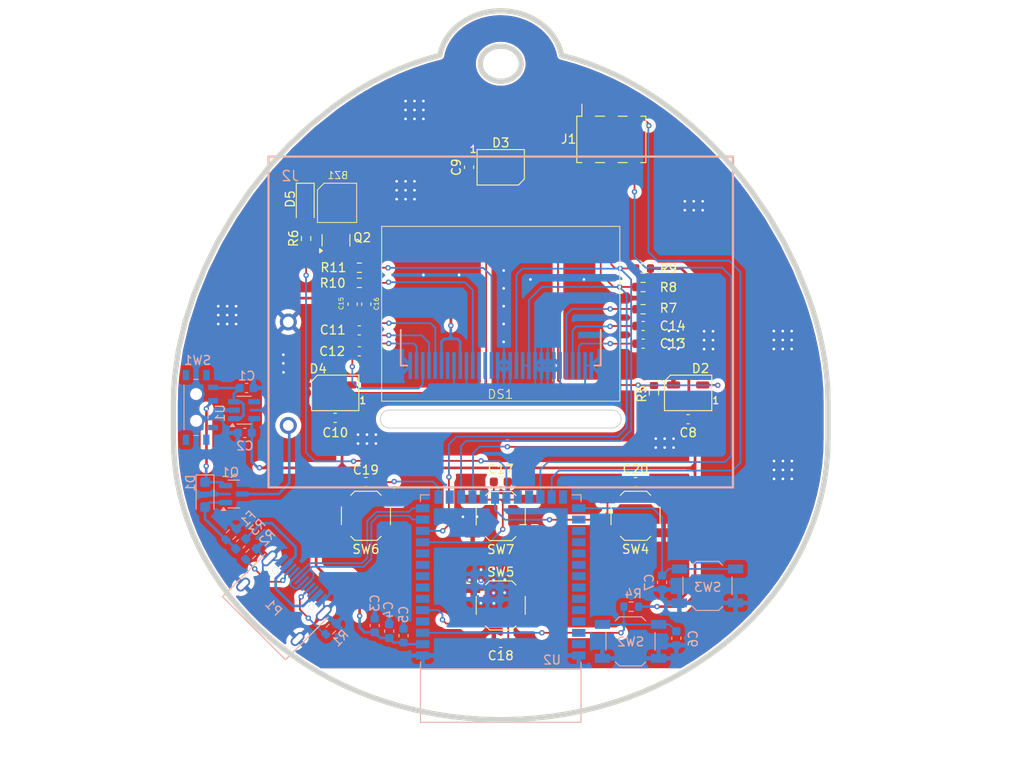
<source format=kicad_pcb>
(kicad_pcb (version 20241129) (generator "pcbnew") (generator_version "9.0")
  (layers (0 "F.Cu" signal) (2 "B.Cu" signal) (13 "F.Paste" user) (15 "B.Paste" user) (5 "F.SilkS" user "F.Silkscreen") (7 "B.SilkS" user "B.Silkscreen") (1 "F.Mask" user) (3 "B.Mask" user) (25 "Edge.Cuts" user) (39 "User.1" signal) (41 "User.2" signal) (43 "User.3" signal) (45 "User.4" signal) (47 "User.5" signal) (49 "User.6" signal) (51 "User.7" signal) (53 "User.8" signal) (55 "User.9" signal))
  (net 0 "")
  (net 1 "Net-(BZ1-+)")
  (net 2 "+3V3")
  (net 3 "GND")
  (net 4 "Net-(SW1-A)")
  (net 5 "/RST")
  (net 6 "/BOOT")
  (net 7 "Net-(DS1-C1P)")
  (net 8 "Net-(DS1-C1N)")
  (net 9 "Net-(DS1-C2N)")
  (net 10 "Net-(DS1-C2P)")
  (net 11 "Net-(DS1-VCC)")
  (net 12 "Net-(DS1-VCOMH)")
  (net 13 "/MIDDLE")
  (net 14 "/BACK")
  (net 15 "/RIGHT")
  (net 16 "/LEFT")
  (net 17 "Net-(D1-K)")
  (net 18 "VBUS")
  (net 19 "Net-(D2-DIN)")
  (net 20 "Net-(D2-DOUT)")
  (net 21 "Net-(D3-DOUT)")
  (net 23 "/SCL")
  (net 24 "Net-(DS1-~{RES})")
  (net 25 "Net-(DS1-BS1)")
  (net 27 "Net-(DS1-IREF)")
  (net 28 "/SDA")
  (net 29 "Net-(F1-Pad1)")
  (net 30 "/GPIO2")
  (net 31 "/GPIO1")
  (net 32 "+BATT")
  (net 33 "Net-(P1-VCONN)")
  (net 34 "Net-(P1-CC)")
  (net 35 "/D-")
  (net 36 "/D+")
  (net 37 "Net-(Q2-B)")
  (net 38 "/NEOPIXEL")
  (net 39 "/Buzz")
  (net 44 "/TXD")
  (net 51 "/RXD")
  (footprint "Capacitor_SMD:C_0603_1608Metric" (layer "F.Cu") (at 130.12 36.42 90)
    (property "Reference" "C9")
    (property "Value" "100nF")
  )
  (footprint "LED_SMD:LED_WS2812B-Mini_PLCC4_3.5x3.5mm" (layer "F.Cu") (at 133.671189 36.43)
    (property "Reference" "D3")
    (property "Value" "WS2812B")
  )
  (footprint "Resistor_SMD:R_0603_1608Metric" (layer "F.Cu") (at 149.63 49.85)
    (property "Reference" "R8")
    (property "Value" "10k")
  )
  (footprint "Capacitor_SMD:C_0603_1608Metric" (layer "F.Cu") (at 118.595 51.775 -90)
    (property "Reference" "C15")
    (property "Value" "100nF")
  )
  (footprint "Package_TO_SOT_SMD:SOT-23" (layer "F.Cu") (at 115.2 44.62 90)
    (property "Reference" "Q2")
    (property "Value" "MMBT2222A")
  )
  (footprint "Resistor_SMD:R_0603_1608Metric" (layer "F.Cu") (at 117.82 47.685 180)
    (property "Reference" "R11")
    (property "Value" "10k")
  )
  (footprint "Resistor_SMD:R_0603_1608Metric" (layer "F.Cu") (at 149.64 52.34)
    (property "Reference" "R7")
    (property "Value" "390k")
  )
  (footprint "Capacitor_SMD:C_0603_1608Metric" (layer "F.Cu") (at 117.815 54.71)
    (property "Reference" "C11")
    (property "Value" "1uF")
  )
  (footprint "LED_SMD:LED_WS2812B-Mini_PLCC4_3.5x3.5mm" (layer "F.Cu") (at 115.11 61.72 180)
    (property "Reference" "D4")
    (property "Value" "WS2812B")
  )
  (footprint "Capacitor_SMD:C_0603_1608Metric" (layer "F.Cu") (at 117.07 51.775 -90)
    (property "Reference" "C16")
    (property "Value" "10uF")
  )
  (footprint "Button_Switch_SMD:SW_SPST_TL3342" (layer "F.Cu") (at 133.671189 75.53 180)
    (property "Reference" "SW7")
    (property "Value" "MIDDLE")
  )
  (footprint "Resistor_SMD:R_0603_1608Metric" (layer "F.Cu") (at 150.85 61.72 -90)
    (property "Reference" "R5")
    (property "Value" "470")
  )
  (footprint "Button_Switch_SMD:SW_SPST_TL3342" (layer "F.Cu") (at 118.556189 75.5 180)
    (property "Reference" "SW6")
    (property "Value" "LEFT")
  )
  (footprint "Capacitor_SMD:C_0603_1608Metric" (layer "F.Cu") (at 149.64 56.2 180)
    (property "Reference" "C13")
    (property "Value" "10uF")
  )
  (footprint "LED_SMD:LED_WS2812B-Mini_PLCC4_3.5x3.5mm" (layer "F.Cu") (at 154.68 61.72 180)
    (property "Reference" "D2")
    (property "Value" "WS2812B")
  )
  (footprint "Diode_SMD:D_SOD-123F" (layer "F.Cu") (at 111.75 40.4225 -90)
    (property "Reference" "D5")
    (property "Value" "MBR120")
  )
  (footprint "Capacitor_SMD:C_0603_1608Metric" (layer "F.Cu") (at 148.786189 71.72)
    (property "Reference" "C20")
    (property "Value" "100nF")
  )
  (footprint "Footprints:ssd1306_oled_conn_through_the_oled" (layer "F.Cu") (at 133.701189 56.93)
    (property "Reference" "DS1")
    (property "Value" "OLED-128O064D")
    (fp_line (start -12.53 6.72) (end 12.47 6.72) (stroke (width 0.1)) (layer "Edge.Cuts"))
    (fp_line (start 12.47 8.72) (end -12.53 8.72) (stroke (width 0.1)) (layer "Edge.Cuts"))
    (fp_arc (start -12.53 8.72) (mid -13.53 7.72) (end -12.53 6.72) (stroke (width 0.1)) (layer "Edge.Cuts"))
    (fp_arc (start 12.47 6.72) (mid 13.47 7.72) (end 12.47 8.72) (stroke (width 0.1)) (layer "Edge.Cuts"))
  )
  (footprint "Capacitor_SMD:C_0603_1608Metric" (layer "F.Cu") (at 154.68 64.67)
    (property "Reference" "C8")
    (property "Value" "100nF")
  )
  (footprint "Capacitor_SMD:C_0603_1608Metric" (layer "F.Cu") (at 118.556189 71.72 180)
    (property "Reference" "C19")
    (property "Value" "100nF")
  )
  (footprint "Capacitor_SMD:C_0603_1608Metric" (layer "F.Cu") (at 149.64 54.22)
    (property "Reference" "C14")
    (property "Value" "10uF")
  )
  (footprint "Resistor_SMD:R_0603_1608Metric" (layer "F.Cu") (at 111.85 44.4125 90)
    (property "Reference" "R6")
    (property "Value" "1K")
  )
  (footprint "Capacitor_SMD:C_0603_1608Metric" (layer "F.Cu") (at 117.815 57.06)
    (property "Reference" "C12")
    (property "Value" "1uF")
  )
  (footprint "Resistor_SMD:R_0603_1608Metric" (layer "F.Cu") (at 117.82 49.385 180)
    (property "Reference" "R10")
    (property "Value" "10k")
  )
  (footprint "Capacitor_SMD:C_0603_1608Metric" (layer "F.Cu") (at 115.11 64.52)
    (property "Reference" "C10")
    (property "Value" "100nF")
  )
  (footprint "Button_Switch_SMD:SW_SPST_TL3342" (layer "F.Cu") (at 133.671189 85.55)
    (property "Reference" "SW5")
    (property "Value" "BACK")
  )
  (footprint "Footprints:Buzzer4x4" (layer "F.Cu") (at 115.31 40.3925 90)
    (property "Value" "Buzzer")
    (property "Reference" "BZ1")
  )
  (footprint "Capacitor_SMD:C_0603_1608Metric" (layer "F.Cu") (at 133.671189 89.75 180)
    (property "Reference" "C18")
    (property "Value" "100nF")
  )
  (footprint "Resistor_SMD:R_0603_1608Metric" (layer "F.Cu") (at 149.63 47.77)
    (property "Reference" "R9")
    (property "Value" "10k")
  )
  (footprint "Button_Switch_SMD:SW_SPST_TL3342" (layer "F.Cu") (at 148.786189 75.5 180)
    (property "Reference" "SW4")
    (property "Value" "RIGHT")
  )
  (footprint "Connector_PinSocket_2.54mm:PinSocket_2x03_P2.54mm_Vertical_SMD" (layer "F.Cu") (at 146.07 33.3 90)
    (property "Reference" "J1")
    (property "Value" "ADDON")
  )
  (footprint "Capacitor_SMD:C_0603_1608Metric" (layer "F.Cu") (at 133.671189 71.69)
    (property "Reference" "C17")
    (property "Value" "100nF")
  )
  (footprint "Footprints:BAT-TH_BH-AAA-A1AJ024" (layer "B.Cu") (at 109.854189 59.57 180)
    (property "Reference" "J2")
    (property "Value" "Battery" (hide yes))
  )
  (footprint "Resistor_SMD:R_0603_1608Metric" (layer "B.Cu") (at 148.3 85.69)
    (property "Reference" "R4")
    (property "Value" "10k")
  )
  (footprint "Capacitor_SMD:C_0603_1608Metric" (layer "B.Cu") (at 151.76 82.97 -90)
    (property "Reference" "C7")
    (property "Value" "100nF")
  )
  (footprint "Diode_SMD:D_SOD-123F" (layer "B.Cu") (at 100.52 73.13 -90)
    (property "Reference" "D1")
    (property "Value" "MBR120")
  )
  (footprint "Button_Switch_SMD:SW_SPST_TL3342" (layer "B.Cu") (at 148.22 89.58)
    (property "Reference" "SW2")
    (property "Value" "RESET")
  )
  (footprint "Capacitor_SMD:C_0603_1608Metric" (layer "B.Cu") (at 121.16 88.43 90)
    (property "Reference" "C4")
    (property "Value" "10uF")
  )
  (footprint "Fuse:Fuse_0603_1608Metric" (layer "B.Cu") (at 104.52 78.64 -135)
    (property "Reference" "F1")
    (property "Value" "0.5A")
  )
  (footprint "Package_TO_SOT_SMD:SOT-23-5" (layer "B.Cu") (at 104.8925 63.66)
    (property "Reference" "U1")
    (property "Value" "XC6220B331MR-G")
  )
  (footprint "Capacitor_SMD:C_0603_1608Metric" (layer "B.Cu") (at 104.9825 66.2 180)
    (property "Reference" "C2")
    (property "Value" "10uF")
  )
  (footprint "Capacitor_SMD:C_0603_1608Metric" (layer "B.Cu") (at 105.1725 61.17)
    (property "Reference" "C1")
    (property "Value" "10uF")
  )
  (footprint "Resistor_SMD:R_0603_1608Metric" (layer "B.Cu") (at 114.63 88.2 -135)
    (property "Reference" "R1")
    (property "Value" "5k1")
  )
  (footprint "Capacitor_SMD:C_0603_1608Metric" (layer "B.Cu") (at 119.54 87.795 90)
    (property "Reference" "C3")
    (property "Value" "1uF")
  )
  (footprint "Resistor_SMD:R_0603_1608Metric" (layer "B.Cu") (at 105.65 79.79 -135)
    (property "Reference" "R2")
    (property "Value" "5k1")
  )
  (footprint "PCM_Espressif:ESP32-S3-WROOM-1" (layer "B.Cu") (at 133.671189 82.9)
    (property "Reference" "U2")
    (property "Value" "ESP32-S3-WROOM-1-N16")
  )
  (footprint "Footprints:MSK12C02" (layer "B.Cu") (at 99.515 63.35 90)
    (property "Reference" "SW1")
    (property "Value" "ON" (hide yes))
  )
  (footprint "Capacitor_SMD:C_0603_1608Metric" (layer "B.Cu") (at 122.77 88.94 90)
    (property "Reference" "C5")
    (property "Value" "10uF")
  )
  (footprint "Button_Switch_SMD:SW_SPST_TL3342" (layer "B.Cu") (at 156.85 83.36)
    (property "Reference" "SW3")
    (property "Value" "BOOT")
  )
  (footprint "Package_TO_SOT_SMD:SOT-23" (layer "B.Cu") (at 103.7525 73.06)
    (property "Reference" "Q1")
    (property "Value" "DMG3415U-7")
  )
  (footprint "Resistor_SMD:R_0603_1608Metric" (layer "B.Cu") (at 103.44 77.6 45)
    (property "Reference" "R3")
    (property "Value" "100K")
  )
  (footprint "Footprints:C393939" (layer "B.Cu") (at 110.779948 83.330053 135)
    (property "Reference" "P1")
    (property "Value" "USB_C_Plug_USB2.0")
  )
  (footprint "Capacitor_SMD:C_0603_1608Metric" (layer "B.Cu") (at 153.36 89.225 -90)
    (property "Reference" "C6")
    (property "Value" "100nF")
  )
  (gr_poly (pts (xy 134.307571 18.906703) (xy 134.928928 18.980146) (xy 135.531564 19.099868) (xy 136.112916 19.263676) (xy 136.67042 19.469376) (xy 137.201515 19.714773) (xy 137.703637 19.997675) (xy 138.174226 20.315886) (xy 138.610717 20.667212) (xy 139.010548 21.049461) (xy 139.371158 21.460436) (xy 139.689983 21.897945) (xy 139.832925 22.125964) (xy 139.964461 22.359794) (xy 140.084269 22.59916) (xy 140.192029 22.843788) (xy 140.287421 23.093404) (xy 140.370125 23.347733) (xy 140.439821 23.606502) (xy 140.496187 23.869435) (xy 142.077949 24.308897) (xy 143.633874 24.832892) (xy 145.162365 25.437967) (xy 146.661821 26.12067) (xy 148.130645 26.877545) (xy 149.567237 27.70514) (xy 150.97 28.6) (xy 152.337333 29.558673) (xy 153.66764 30.577705) (xy 154.95932 31.653642) (xy 156.210775 32.78303) (xy 157.420407 33.962416) (xy 158.586616 35.188346) (xy 159.707805 36.457366) (xy 160.782373 37.766024) (xy 161.808724 39.110865) (xy 163.710374 41.895283) (xy 165.399967 44.782991) (xy 166.864712 47.746361) (xy 168.091819 50.757763) (xy 168.612262 52.272842) (xy 169.0685 53.789569) (xy 169.458933 55.304489) (xy 169.781963 56.814149) (xy 170.035992 58.315096) (xy 170.21942 59.803875) (xy 170.33065 61.277034) (xy 170.368082 62.731119) (xy 170.368143 62.731119) (xy 170.368143 66.856367) (xy 170.32039 68.477426) (xy 170.17867 70.077199) (xy 169.945289 71.653706) (xy 169.622553 73.204968) (xy 169.21277 74.729006) (xy 168.718244 76.223842) (xy 168.141284 77.687496) (xy 167.484195 79.117991) (xy 166.749284 80.513346) (xy 165.938857 81.871583) (xy 165.055221 83.190724) (xy 164.100682 84.468788) (xy 163.077547 85.703798) (xy 161.988123 86.893775) (xy 160.834715 88.036739) (xy 159.61963 89.130712) (xy 158.345175 90.173715) (xy 157.013656 91.163769) (xy 155.62738 92.098895) (xy 154.188653 92.977114) (xy 152.699781 93.796448) (xy 151.163072 94.554917) (xy 149.580831 95.250543) (xy 147.955366 95.881347) (xy 146.288981 96.445349) (xy 144.583985 96.940572) (xy 142.842683 97.365035) (xy 141.067383 97.716761) (xy 139.260389 97.99377) (xy 137.42401 98.194084) (xy 135.560551 98.315724) (xy 133.672319 98.35671) (xy 133.670053 98.35671) (xy 131.781821 98.315724) (xy 129.918363 98.194084) (xy 128.081983 97.99377) (xy 126.27499 97.716761) (xy 124.49969 97.365035) (xy 122.758388 96.940572) (xy 121.053393 96.445349) (xy 119.387009 95.881347) (xy 117.761543 95.250543) (xy 116.179303 94.554917) (xy 114.642593 93.796448) (xy 113.153722 92.977114) (xy 111.714996 92.098895) (xy 110.32872 91.163769) (xy 108.997201 90.173715) (xy 107.722746 89.130712) (xy 106.507662 88.036739) (xy 105.354254 86.893775) (xy 104.26483 85.703798) (xy 103.241695 84.468788) (xy 102.287156 83.190724) (xy 101.403521 81.871583) (xy 100.593094 80.513346) (xy 99.858183 79.117991) (xy 99.201094 77.687496) (xy 98.624134 76.223842) (xy 98.129609 74.729006) (xy 97.719825 73.204968) (xy 97.39709 71.653706) (xy 97.163709 70.077199) (xy 97.021989 68.477426) (xy 96.974236 66.856367) (xy 96.974236 62.731119) (xy 97.011668 61.277034) (xy 97.122897 59.803875) (xy 97.560354 56.814149) (xy 98.273818 53.789569) (xy 99.250498 50.757763) (xy 100.477605 47.746361) (xy 101.94235 44.782991) (xy 103.631942 41.895283) (xy 105.533592 39.110865) (xy 107.634511 36.457366) (xy 109.921908 33.962416) (xy 112.382995 31.653642) (xy 115.004981 29.558673) (xy 116.372314 28.6) (xy 117.775077 27.70514) (xy 119.211669 26.877545) (xy 120.680493 26.12067) (xy 122.179949 25.437967) (xy 123.708439 24.832892) (xy 125.264364 24.308897) (xy 126.846126 23.869435) (xy 126.902493 23.606502) (xy 126.972189 23.347733) (xy 127.054892 23.093404) (xy 127.150282 22.843788) (xy 127.258039 22.59916) (xy 127.377841 22.359794) (xy 127.509369 22.125964) (xy 127.6523 21.897945) (xy 127.806315 21.676011) (xy 127.971093 21.460436) (xy 128.146312 21.251495) (xy 128.331653 21.049461) (xy 128.526795 20.854608) (xy 128.731417 20.667212) (xy 128.945198 20.487547) (xy 129.167817 20.315886) (xy 129.398954 20.152504) (xy 129.638288 19.997675) (xy 129.885498 19.851673) (xy 130.140264 19.714773) (xy 130.402265 19.58725) (xy 130.67118 19.469376) (xy 130.946689 19.361426) (xy 131.22847 19.263676) (xy 131.516203 19.176398) (xy 131.809568 19.099868) (xy 132.108243 19.034359) (xy 132.411908 18.980146) (xy 132.720243 18.937502) (xy 133.032925 18.906703) (xy 133.349636 18.888023) (xy 133.670053 18.881735)) (stroke (width 0.568319)) (fill no) (layer "F.SilkS"))
  (gr_poly (pts (xy 133.789217 22.850978) (xy 133.905694 22.858581) (xy 134.020478 22.871102) (xy 134.133424 22.888416) (xy 134.244388 22.910401) (xy 134.353227 22.936931) (xy 134.459795 22.967885) (xy 134.563949 23.003137) (xy 134.665546 23.042565) (xy 134.76444 23.086045) (xy 134.860487 23.133452) (xy 134.953544 23.184663) (xy 135.043467 23.239555) (xy 135.13011 23.298003) (xy 135.213331 23.359885) (xy 135.292985 23.425076) (xy 135.368928 23.493452) (xy 135.441016 23.56489) (xy 135.509105 23.639267) (xy 135.57305 23.716458) (xy 135.632708 23.79634) (xy 135.687934 23.878789) (xy 135.738584 23.963681) (xy 135.784515 24.050894) (xy 135.825582 24.140302) (xy 135.861641 24.231782) (xy 135.892547 24.325211) (xy 135.918158 24.420464) (xy 135.938328 24.517419) (xy 135.952913 24.615952) (xy 135.96177 24.715938) (xy 135.964755 24.817254) (xy 135.96177 24.91857) (xy 135.952913 25.018556) (xy 135.938328 25.117088) (xy 135.918158 25.214043) (xy 135.892547 25.309297) (xy 135.861641 25.402726) (xy 135.825582 25.494207) (xy 135.784515 25.583615) (xy 135.738584 25.670827) (xy 135.687934 25.755719) (xy 135.632708 25.838168) (xy 135.57305 25.91805) (xy 135.509105 25.995241) (xy 135.441016 26.069618) (xy 135.368928 26.141056) (xy 135.292985 26.209433) (xy 135.213331 26.274624) (xy 135.13011 26.336505) (xy 135.043467 26.394954) (xy 134.953544 26.449846) (xy 134.860487 26.501057) (xy 134.76444 26.548464) (xy 134.665546 26.591944) (xy 134.563949 26.631371) (xy 134.459795 26.666624) (xy 134.353227 26.697577) (xy 134.244388 26.724108) (xy 134.133424 26.746093) (xy 134.020478 26.763407) (xy 133.905694 26.775927) (xy 133.789217 26.783531) (xy 133.671191 26.786092) (xy 133.553164 26.783531) (xy 133.436686 26.775927) (xy 133.321903 26.763407) (xy 133.208956 26.746093) (xy 133.097992 26.724108) (xy 132.989153 26.697577) (xy 132.882584 26.666624) (xy 132.77843 26.631371) (xy 132.676833 26.591944) (xy 132.577939 26.548464) (xy 132.481892 26.501057) (xy 132.388834 26.449846) (xy 132.298912 26.394954) (xy 132.212268 26.336505) (xy 132.129047 26.274624) (xy 132.049393 26.209433) (xy 131.97345 26.141056) (xy 131.901362 26.069618) (xy 131.833273 25.995241) (xy 131.769328 25.91805) (xy 131.70967 25.838168) (xy 131.654444 25.755719) (xy 131.603793 25.670827) (xy 131.557863 25.583615) (xy 131.516796 25.494207) (xy 131.480737 25.402726) (xy 131.449831 25.309297) (xy 131.42422 25.214043) (xy 131.40405 25.117088) (xy 131.389464 25.018556) (xy 131.380607 24.91857) (xy 131.377623 24.817254) (xy 131.380607 24.715938) (xy 131.389464 24.615952) (xy 131.40405 24.517419) (xy 131.42422 24.420464) (xy 131.449831 24.325211) (xy 131.480737 24.231782) (xy 131.516796 24.140302) (xy 131.557863 24.050894) (xy 131.603793 23.963681) (xy 131.654444 23.878789) (xy 131.70967 23.79634) (xy 131.769328 23.716458) (xy 131.833273 23.639267) (xy 131.901362 23.56489) (xy 131.97345 23.493452) (xy 132.049393 23.425076) (xy 132.129047 23.359885) (xy 132.212268 23.298003) (xy 132.298912 23.239555) (xy 132.388834 23.184663) (xy 132.481892 23.133452) (xy 132.577939 23.086045) (xy 132.676833 23.042565) (xy 132.77843 23.003137) (xy 132.882584 22.967885) (xy 132.989153 22.936931) (xy 133.097992 22.910401) (xy 133.208956 22.888416) (xy 133.321903 22.871102) (xy 133.436686 22.858581) (xy 133.553164 22.850978) (xy 133.671191 22.848416)) (stroke (width 0.568319)) (fill no) (layer "F.SilkS"))
  (gr_poly (pts (xy 134.307571 18.906703) (xy 134.928928 18.980146) (xy 135.531564 19.099868) (xy 136.112916 19.263676) (xy 136.67042 19.469376) (xy 137.201515 19.714773) (xy 137.703637 19.997675) (xy 138.174226 20.315886) (xy 138.610717 20.667212) (xy 139.010548 21.049461) (xy 139.371158 21.460436) (xy 139.689983 21.897945) (xy 139.832925 22.125964) (xy 139.964461 22.359794) (xy 140.084269 22.59916) (xy 140.192029 22.843788) (xy 140.287421 23.093404) (xy 140.370125 23.347733) (xy 140.439821 23.606502) (xy 140.496187 23.869435) (xy 142.077949 24.308897) (xy 143.633874 24.832892) (xy 145.162365 25.437967) (xy 146.661821 26.12067) (xy 148.130645 26.877545) (xy 149.567237 27.70514) (xy 150.97 28.6) (xy 152.337333 29.558673) (xy 153.66764 30.577705) (xy 154.95932 31.653642) (xy 156.210775 32.78303) (xy 157.420407 33.962416) (xy 158.586616 35.188346) (xy 159.707805 36.457366) (xy 160.782373 37.766024) (xy 161.808724 39.110865) (xy 163.710374 41.895283) (xy 165.399967 44.782991) (xy 166.864712 47.746361) (xy 168.091819 50.757763) (xy 168.612262 52.272842) (xy 169.0685 53.789569) (xy 169.458933 55.304489) (xy 169.781963 56.814149) (xy 170.035992 58.315096) (xy 170.21942 59.803875) (xy 170.33065 61.277034) (xy 170.368082 62.731119) (xy 170.368143 62.731119) (xy 170.368143 66.856367) (xy 170.32039 68.477426) (xy 170.17867 70.077199) (xy 169.945289 71.653706) (xy 169.622553 73.204968) (xy 169.21277 74.729006) (xy 168.718244 76.223842) (xy 168.141284 77.687496) (xy 167.484195 79.117991) (xy 166.749284 80.513346) (xy 165.938857 81.871583) (xy 165.055221 83.190724) (xy 164.100682 84.468788) (xy 163.077547 85.703798) (xy 161.988123 86.893775) (xy 160.834715 88.036739) (xy 159.61963 89.130712) (xy 158.345175 90.173715) (xy 157.013656 91.163769) (xy 155.62738 92.098895) (xy 154.188653 92.977114) (xy 152.699781 93.796448) (xy 151.163072 94.554917) (xy 149.580831 95.250543) (xy 147.955366 95.881347) (xy 146.288981 96.445349) (xy 144.583985 96.940572) (xy 142.842683 97.365035) (xy 141.067383 97.716761) (xy 139.260389 97.99377) (xy 137.42401 98.194084) (xy 135.560551 98.315724) (xy 133.672319 98.35671) (xy 133.670053 98.35671) (xy 131.781821 98.315724) (xy 129.918363 98.194084) (xy 128.081983 97.99377) (xy 126.27499 97.716761) (xy 124.49969 97.365035) (xy 122.758388 96.940572) (xy 121.053393 96.445349) (xy 119.387009 95.881347) (xy 117.761543 95.250543) (xy 116.179303 94.554917) (xy 114.642593 93.796448) (xy 113.153722 92.977114) (xy 111.714996 92.098895) (xy 110.32872 91.163769) (xy 108.997201 90.173715) (xy 107.722746 89.130712) (xy 106.507662 88.036739) (xy 105.354254 86.893775) (xy 104.26483 85.703798) (xy 103.241695 84.468788) (xy 102.287156 83.190724) (xy 101.403521 81.871583) (xy 100.593094 80.513346) (xy 99.858183 79.117991) (xy 99.201094 77.687496) (xy 98.624134 76.223842) (xy 98.129609 74.729006) (xy 97.719825 73.204968) (xy 97.39709 71.653706) (xy 97.163709 70.077199) (xy 97.021989 68.477426) (xy 96.974236 66.856367) (xy 96.974236 62.731119) (xy 97.011668 61.277034) (xy 97.122897 59.803875) (xy 97.560354 56.814149) (xy 98.273818 53.789569) (xy 99.250498 50.757763) (xy 100.477605 47.746361) (xy 101.94235 44.782991) (xy 103.631942 41.895283) (xy 105.533592 39.110865) (xy 107.634511 36.457366) (xy 109.921908 33.962416) (xy 112.382995 31.653642) (xy 115.004981 29.558673) (xy 116.372314 28.6) (xy 117.775077 27.70514) (xy 119.211669 26.877545) (xy 120.680493 26.12067) (xy 122.179949 25.437967) (xy 123.708439 24.832892) (xy 125.264364 24.308897) (xy 126.846126 23.869435) (xy 126.902493 23.606502) (xy 126.972189 23.347733) (xy 127.054892 23.093404) (xy 127.150282 22.843788) (xy 127.258039 22.59916) (xy 127.377841 22.359794) (xy 127.509369 22.125964) (xy 127.6523 21.897945) (xy 127.806315 21.676011) (xy 127.971093 21.460436) (xy 128.146312 21.251495) (xy 128.331653 21.049461) (xy 128.526795 20.854608) (xy 128.731417 20.667212) (xy 128.945198 20.487547) (xy 129.167817 20.315886) (xy 129.398954 20.152504) (xy 129.638288 19.997675) (xy 129.885498 19.851673) (xy 130.140264 19.714773) (xy 130.402265 19.58725) (xy 130.67118 19.469376) (xy 130.946689 19.361426) (xy 131.22847 19.263676) (xy 131.516203 19.176398) (xy 131.809568 19.099868) (xy 132.108243 19.034359) (xy 132.411908 18.980146) (xy 132.720243 18.937502) (xy 133.032925 18.906703) (xy 133.349636 18.888023) (xy 133.670053 18.881735)) (stroke (width 0.568319)) (fill no) (layer "B.SilkS"))
  (gr_poly (pts (xy 133.789217 22.850978) (xy 133.905694 22.858581) (xy 134.020478 22.871102) (xy 134.133424 22.888416) (xy 134.244388 22.910401) (xy 134.353227 22.936931) (xy 134.459795 22.967885) (xy 134.563949 23.003137) (xy 134.665546 23.042565) (xy 134.76444 23.086045) (xy 134.860487 23.133452) (xy 134.953544 23.184663) (xy 135.043467 23.239555) (xy 135.13011 23.298003) (xy 135.213331 23.359885) (xy 135.292985 23.425076) (xy 135.368928 23.493452) (xy 135.441016 23.56489) (xy 135.509105 23.639267) (xy 135.57305 23.716458) (xy 135.632708 23.79634) (xy 135.687934 23.878789) (xy 135.738584 23.963681) (xy 135.784515 24.050894) (xy 135.825582 24.140302) (xy 135.861641 24.231782) (xy 135.892547 24.325211) (xy 135.918158 24.420464) (xy 135.938328 24.517419) (xy 135.952913 24.615952) (xy 135.96177 24.715938) (xy 135.964755 24.817254) (xy 135.96177 24.91857) (xy 135.952913 25.018556) (xy 135.938328 25.117088) (xy 135.918158 25.214043) (xy 135.892547 25.309297) (xy 135.861641 25.402726) (xy 135.825582 25.494207) (xy 135.784515 25.583615) (xy 135.738584 25.670827) (xy 135.687934 25.755719) (xy 135.632708 25.838168) (xy 135.57305 25.91805) (xy 135.509105 25.995241) (xy 135.441016 26.069618) (xy 135.368928 26.141056) (xy 135.292985 26.209433) (xy 135.213331 26.274624) (xy 135.13011 26.336505) (xy 135.043467 26.394954) (xy 134.953544 26.449846) (xy 134.860487 26.501057) (xy 134.76444 26.548464) (xy 134.665546 26.591944) (xy 134.563949 26.631371) (xy 134.459795 26.666624) (xy 134.353227 26.697577) (xy 134.244388 26.724108) (xy 134.133424 26.746093) (xy 134.020478 26.763407) (xy 133.905694 26.775927) (xy 133.789217 26.783531) (xy 133.671191 26.786092) (xy 133.553164 26.783531) (xy 133.436686 26.775927) (xy 133.321903 26.763407) (xy 133.208956 26.746093) (xy 133.097992 26.724108) (xy 132.989153 26.697577) (xy 132.882584 26.666624) (xy 132.77843 26.631371) (xy 132.676833 26.591944) (xy 132.577939 26.548464) (xy 132.481892 26.501057) (xy 132.388834 26.449846) (xy 132.298912 26.394954) (xy 132.212268 26.336505) (xy 132.129047 26.274624) (xy 132.049393 26.209433) (xy 131.97345 26.141056) (xy 131.901362 26.069618) (xy 131.833273 25.995241) (xy 131.769328 25.91805) (xy 131.70967 25.838168) (xy 131.654444 25.755719) (xy 131.603793 25.670827) (xy 131.557863 25.583615) (xy 131.516796 25.494207) (xy 131.480737 25.402726) (xy 131.449831 25.309297) (xy 131.42422 25.214043) (xy 131.40405 25.117088) (xy 131.389464 25.018556) (xy 131.380607 24.91857) (xy 131.377623 24.817254) (xy 131.380607 24.715938) (xy 131.389464 24.615952) (xy 131.40405 24.517419) (xy 131.42422 24.420464) (xy 131.449831 24.325211) (xy 131.480737 24.231782) (xy 131.516796 24.140302) (xy 131.557863 24.050894) (xy 131.603793 23.963681) (xy 131.654444 23.878789) (xy 131.70967 23.79634) (xy 131.769328 23.716458) (xy 131.833273 23.639267) (xy 131.901362 23.56489) (xy 131.97345 23.493452) (xy 132.049393 23.425076) (xy 132.129047 23.359885) (xy 132.212268 23.298003) (xy 132.298912 23.239555) (xy 132.388834 23.184663) (xy 132.481892 23.133452) (xy 132.577939 23.086045) (xy 132.676833 23.042565) (xy 132.77843 23.003137) (xy 132.882584 22.967885) (xy 132.989153 22.936931) (xy 133.097992 22.910401) (xy 133.208956 22.888416) (xy 133.321903 22.871102) (xy 133.436686 22.858581) (xy 133.553164 22.850978) (xy 133.671191 22.848416)) (stroke (width 0.568319)) (fill no) (layer "B.SilkS"))
  (gr_poly (pts (xy 133.789217 22.850978) (xy 133.905694 22.858581) (xy 134.020478 22.871102) (xy 134.133424 22.888416) (xy 134.244388 22.910401) (xy 134.353227 22.936931) (xy 134.459795 22.967885) (xy 134.563949 23.003137) (xy 134.665546 23.042565) (xy 134.76444 23.086045) (xy 134.860487 23.133452) (xy 134.953544 23.184663) (xy 135.043467 23.239555) (xy 135.13011 23.298003) (xy 135.213331 23.359885) (xy 135.292985 23.425076) (xy 135.368928 23.493452) (xy 135.441016 23.56489) (xy 135.509105 23.639267) (xy 135.57305 23.716458) (xy 135.632708 23.79634) (xy 135.687934 23.878789) (xy 135.738584 23.963681) (xy 135.784515 24.050894) (xy 135.825582 24.140302) (xy 135.861641 24.231782) (xy 135.892547 24.325211) (xy 135.918158 24.420464) (xy 135.938328 24.517419) (xy 135.952913 24.615952) (xy 135.96177 24.715938) (xy 135.964755 24.817254) (xy 135.96177 24.91857) (xy 135.952913 25.018556) (xy 135.938328 25.117088) (xy 135.918158 25.214043) (xy 135.892547 25.309297) (xy 135.861641 25.402726) (xy 135.825582 25.494207) (xy 135.784515 25.583615) (xy 135.738584 25.670827) (xy 135.687934 25.755719) (xy 135.632708 25.838168) (xy 135.57305 25.91805) (xy 135.509105 25.995241) (xy 135.441016 26.069618) (xy 135.368928 26.141056) (xy 135.292985 26.209433) (xy 135.213331 26.274624) (xy 135.13011 26.336505) (xy 135.043467 26.394954) (xy 134.953544 26.449846) (xy 134.860487 26.501057) (xy 134.76444 26.548464) (xy 134.665546 26.591944) (xy 134.563949 26.631371) (xy 134.459795 26.666624) (xy 134.353227 26.697577) (xy 134.244388 26.724108) (xy 134.133424 26.746093) (xy 134.020478 26.763407) (xy 133.905694 26.775927) (xy 133.789217 26.783531) (xy 133.671191 26.786092) (xy 133.553164 26.783531) (xy 133.436686 26.775927) (xy 133.321903 26.763407) (xy 133.208956 26.746093) (xy 133.097992 26.724108) (xy 132.989153 26.697577) (xy 132.882584 26.666624) (xy 132.77843 26.631371) (xy 132.676833 26.591944) (xy 132.577939 26.548464) (xy 132.481892 26.501057) (xy 132.388834 26.449846) (xy 132.298912 26.394954) (xy 132.212268 26.336505) (xy 132.129047 26.274624) (xy 132.049393 26.209433) (xy 131.97345 26.141056) (xy 131.901362 26.069618) (xy 131.833273 25.995241) (xy 131.769328 25.91805) (xy 131.70967 25.838168) (xy 131.654444 25.755719) (xy 131.603793 25.670827) (xy 131.557863 25.583615) (xy 131.516796 25.494207) (xy 131.480737 25.402726) (xy 131.449831 25.309297) (xy 131.42422 25.214043) (xy 131.40405 25.117088) (xy 131.389464 25.018556) (xy 131.380607 24.91857) (xy 131.377623 24.817254) (xy 131.380607 24.715938) (xy 131.389464 24.615952) (xy 131.40405 24.517419) (xy 131.42422 24.420464) (xy 131.449831 24.325211) (xy 131.480737 24.231782) (xy 131.516796 24.140302) (xy 131.557863 24.050894) (xy 131.603793 23.963681) (xy 131.654444 23.878789) (xy 131.70967 23.79634) (xy 131.769328 23.716458) (xy 131.833273 23.639267) (xy 131.901362 23.56489) (xy 131.97345 23.493452) (xy 132.049393 23.425076) (xy 132.129047 23.359885) (xy 132.212268 23.298003) (xy 132.298912 23.239555) (xy 132.388834 23.184663) (xy 132.481892 23.133452) (xy 132.577939 23.086045) (xy 132.676833 23.042565) (xy 132.77843 23.003137) (xy 132.882584 22.967885) (xy 132.989153 22.936931) (xy 133.097992 22.910401) (xy 133.208956 22.888416) (xy 133.321903 22.871102) (xy 133.436686 22.858581) (xy 133.553164 22.850978) (xy 133.671191 22.848416)) (stroke (width 0.568319)) (fill no) (layer "Edge.Cuts"))
  (gr_poly (pts (xy 134.307571 18.906703) (xy 134.928928 18.980146) (xy 135.531564 19.099868) (xy 136.112916 19.263676) (xy 136.67042 19.469376) (xy 137.201515 19.714773) (xy 137.703637 19.997675) (xy 138.174226 20.315886) (xy 138.610717 20.667212) (xy 139.010548 21.049461) (xy 139.371158 21.460436) (xy 139.689983 21.897945) (xy 139.832925 22.125964) (xy 139.964461 22.359794) (xy 140.084269 22.59916) (xy 140.192029 22.843788) (xy 140.287421 23.093404) (xy 140.370125 23.347733) (xy 140.439821 23.606502) (xy 140.496187 23.869435) (xy 142.077949 24.308897) (xy 143.633874 24.832892) (xy 145.162365 25.437967) (xy 146.661821 26.12067) (xy 148.130645 26.877545) (xy 149.567237 27.70514) (xy 150.97 28.6) (xy 152.337333 29.558673) (xy 153.66764 30.577705) (xy 154.95932 31.653642) (xy 156.210775 32.78303) (xy 157.420407 33.962416) (xy 158.586616 35.188346) (xy 159.707805 36.457366) (xy 160.782373 37.766024) (xy 161.808724 39.110865) (xy 163.710374 41.895283) (xy 165.399967 44.782991) (xy 166.864712 47.746361) (xy 168.091819 50.757763) (xy 168.612262 52.272842) (xy 169.0685 53.789569) (xy 169.458933 55.304489) (xy 169.781963 56.814149) (xy 170.035992 58.315096) (xy 170.21942 59.803875) (xy 170.33065 61.277034) (xy 170.368082 62.731119) (xy 170.368143 62.731119) (xy 170.368143 66.856367) (xy 170.32039 68.477426) (xy 170.17867 70.077199) (xy 169.945289 71.653706) (xy 169.622553 73.204968) (xy 169.21277 74.729006) (xy 168.718244 76.223842) (xy 168.141284 77.687496) (xy 167.484195 79.117991) (xy 166.749284 80.513346) (xy 165.938857 81.871583) (xy 165.055221 83.190724) (xy 164.100682 84.468788) (xy 163.077547 85.703798) (xy 161.988123 86.893775) (xy 160.834715 88.036739) (xy 159.61963 89.130712) (xy 158.345175 90.173715) (xy 157.013656 91.163769) (xy 155.62738 92.098895) (xy 154.188653 92.977114) (xy 152.699781 93.796448) (xy 151.163072 94.554917) (xy 149.580831 95.250543) (xy 147.955366 95.881347) (xy 146.288981 96.445349) (xy 144.583985 96.940572) (xy 142.842683 97.365035) (xy 141.067383 97.716761) (xy 139.260389 97.99377) (xy 137.42401 98.194084) (xy 135.560551 98.315724) (xy 133.672319 98.35671) (xy 133.670053 98.35671) (xy 131.781821 98.315724) (xy 129.918363 98.194084) (xy 128.081983 97.99377) (xy 126.27499 97.716761) (xy 124.49969 97.365035) (xy 122.758388 96.940572) (xy 121.053393 96.445349) (xy 119.387009 95.881347) (xy 117.761543 95.250543) (xy 116.179303 94.554917) (xy 114.642593 93.796448) (xy 113.153722 92.977114) (xy 111.714996 92.098895) (xy 110.32872 91.163769) (xy 108.997201 90.173715) (xy 107.722746 89.130712) (xy 106.507662 88.036739) (xy 105.354254 86.893775) (xy 104.26483 85.703798) (xy 103.241695 84.468788) (xy 102.287156 83.190724) (xy 101.403521 81.871583) (xy 100.593094 80.513346) (xy 99.858183 79.117991) (xy 99.201094 77.687496) (xy 98.624134 76.223842) (xy 98.129609 74.729006) (xy 97.719825 73.204968) (xy 97.39709 71.653706) (xy 97.163709 70.077199) (xy 97.021989 68.477426) (xy 96.974236 66.856367) (xy 96.974236 62.731119) (xy 97.011668 61.277034) (xy 97.122897 59.803875) (xy 97.560354 56.814149) (xy 98.273818 53.789569) (xy 99.250498 50.757763) (xy 100.477605 47.746361) (xy 101.94235 44.782991) (xy 103.631942 41.895283) (xy 105.533592 39.110865) (xy 107.634511 36.457366) (xy 109.921908 33.962416) (xy 112.382995 31.653642) (xy 115.004981 29.558673) (xy 116.372314 28.6) (xy 117.775077 27.70514) (xy 119.211669 26.877545) (xy 120.680493 26.12067) (xy 122.179949 25.437967) (xy 123.708439 24.832892) (xy 125.264364 24.308897) (xy 126.846126 23.869435) (xy 126.902493 23.606502) (xy 126.972189 23.347733) (xy 127.054892 23.093404) (xy 127.150282 22.843788) (xy 127.258039 22.59916) (xy 127.377841 22.359794) (xy 127.509369 22.125964) (xy 127.6523 21.897945) (xy 127.806315 21.676011) (xy 127.971093 21.460436) (xy 128.146312 21.251495) (xy 128.331653 21.049461) (xy 128.526795 20.854608) (xy 128.731417 20.667212) (xy 128.945198 20.487547) (xy 129.167817 20.315886) (xy 129.398954 20.152504) (xy 129.638288 19.997675) (xy 129.885498 19.851673) (xy 130.140264 19.714773) (xy 130.402265 19.58725) (xy 130.67118 19.469376) (xy 130.946689 19.361426) (xy 131.22847 19.263676) (xy 131.516203 19.176398) (xy 131.809568 19.099868) (xy 132.108243 19.034359) (xy 132.411908 18.980146) (xy 132.720243 18.937502) (xy 133.032925 18.906703) (xy 133.349636 18.888023) (xy 133.670053 18.881735)) (stroke (width 0.568319)) (fill no) (layer "Edge.Cuts"))
  (segment (start 115.1275 41.94) (end 111.8675 41.94) (width 0.2) (layer "F.Cu") (net 1))
  (segment (start 115.2 43.6825) (end 115.2 42.2725) (width 0.2) (layer "F.Cu") (net 1))
  (segment (start 115.2 42.2725) (end 115.33 42.1425) (width 0.2) (layer "F.Cu") (net 1))
  (segment (start 115.33 42.1425) (end 115.1275 41.94) (width 0.2) (layer "F.Cu") (net 1))
  (segment (start 111.8675 41.94) (end 111.75 41.8225) (width 0.2) (layer "F.Cu") (net 1))
  (segment (start 107.55 69.76) (end 107.92 70.13) (width 0.3) (layer "F.Cu") (net 2))
  (segment (start 155.455 70.57) (end 155.455 84.365) (width 0.3) (layer "F.Cu") (net 2))
  (segment (start 155.455 84.365) (end 154.14 85.68) (width 0.3) (layer "F.Cu") (net 2))
  (segment (start 116.6225 38.6425) (end 116.6225 38.6675) (width 0.3) (layer "F.Cu") (net 2))
  (segment (start 116.995 39.04) (end 116.995 38.27) (width 0.3) (layer "F.Cu") (net 2))
  (segment (start 155.455 67.605) (end 155.455 64.67) (width 0.3) (layer "F.Cu") (net 2))
  (segment (start 115.885 69.675) (end 116.34 70.13) (width 0.3) (layer "F.Cu") (net 2))
  (segment (start 107.55 69.66) (end 107.55 70.1) (width 0.3) (layer "F.Cu") (net 2))
  (segment (start 132.031189 32.618811) (end 133.86 30.79) (width 0.3) (layer "F.Cu") (net 2))
  (segment (start 116.995 49.385) (end 116.995 50.925) (width 0.3) (layer "F.Cu") (net 2))
  (segment (start 130.13 35.655) (end 131.916189 35.655) (width 0.3) (layer "F.Cu") (net 2))
  (segment (start 116.995 50.925) (end 117.07 51) (width 0.3) (layer "F.Cu") (net 2))
  (segment (start 117.85 82.95) (end 117.85 86.73) (width 0.3) (layer "F.Cu") (net 2))
  (segment (start 155.455 69.65) (end 155.455 70.13) (width 0.3) (layer "F.Cu") (net 2))
  (segment (start 107.55 69.76) (end 107.18 70.13) (width 0.3) (layer "F.Cu") (net 2))
  (segment (start 118.595 51) (end 127.49 51) (width 0.3) (layer "F.Cu") (net 2))
  (segment (start 116.9675 38.6425) (end 116.995 38.67) (width 0.3) (layer "F.Cu") (net 2))
  (segment (start 112.98 70.13) (end 113.5 70.13) (width 0.3) (layer "F.Cu") (net 2))
  (segment (start 112.98 81.12) (end 113.83 81.97) (width 0.3) (layer "F.Cu") (net 2))
  (segment (start 156.32 62.61) (end 155.11 62.61) (width 0.3) (layer "F.Cu") (net 2))
  (segment (start 155.11 62.61) (end 154.76 62.26) (width 0.3) (layer "F.Cu") (net 2))
  (segment (start 115.885 64.52) (end 116.14 64.52) (width 0.3) (layer "F.Cu") (net 2))
  (segment (start 116.14 64.52) (end 116.75 63.91) (width 0.3) (layer "F.Cu") (net 2))
  (segment (start 107.55 70.1) (end 107.58 70.13) (width 0.3) (layer "F.Cu") (net 2))
  (segment (start 115.885 69.17) (end 115.885 69.685) (width 0.3) (layer "F.Cu") (net 2))
  (segment (start 113.07 70.48) (end 112.95 70.48) (width 0.3) (layer "F.Cu") (net 2))
  (segment (start 129.68 35.645) (end 130.12 35.645) (width 0.3) (layer "F.Cu") (net 2))
  (segment (start 107.55 52.09) (end 107.55 69.66) (width 0.3) (layer "F.Cu") (net 2))
  (segment (start 128.08 51.59) (end 128.08 54.17) (width 0.3) (layer "F.Cu") (net 2))
  (segment (start 116.995 47.685) (end 116.995 39.04) (width 0.3) (layer "F.Cu") (net 2))
  (segment (start 106.63 70.11) (end 106.65 70.13) (width 0.3) (layer "F.Cu") (net 2))
  (segment (start 116.34 70.13) (end 154.57 70.13) (width 0.3) (layer "F.Cu") (net 2))
  (segment (start 107.55 69.66) (end 107.55 69.76) (width 0.3) (layer "F.Cu") (net 2))
  (segment (start 117.07 51) (end 116.97 51.1) (width 0.3) (layer "F.Cu") (net 2))
  (segment (start 107.18 70.13) (end 107.1 70.13) (width 0.3) (layer "F.Cu") (net 2))
  (segment (start 115.885 69.17) (end 115.885 69.35) (width 0.3) (layer "F.Cu") (net 2))
  (segment (start 115.885 69.685) (end 115.44 70.13) (width 0.3) (layer "F.Cu") (net 2))
  (segment (start 154.57 70.13) (end 155.015 70.13) (width 0.3) (layer "F.Cu") (net 2))
  (segment (start 113.83 81.97) (end 116.87 81.97) (width 0.3) (layer "F.Cu") (net 2))
  (segment (start 112.13 38.6425) (end 115.33 38.6425) (width 0.3) (layer "F.Cu") (net 2))
  (segment (start 155.455 70.13) (end 155.455 70.57) (width 0.3) (layer "F.Cu") (net 2))
  (segment (start 155.455 63.475) (end 156.32 62.61) (width 0.3) (layer "F.Cu") (net 2))
  (segment (start 127.49 51) (end 128.08 51.59) (width 0.3) (layer "F.Cu") (net 2))
  (segment (start 113.07 70.48) (end 113.42 70.13) (width 0.3) (layer "F.Cu") (net 2))
  (segment (start 116.48 38.6425) (end 116.9675 38.6425) (width 0.3) (layer "F.Cu") (net 2))
  (segment (start 155.455 67.605) (end 155.455 69.65) (width 0.3) (layer "F.Cu") (net 2))
  (segment (start 132.031189 35.54) (end 132.031189 32.618811) (width 0.3) (layer "F.Cu") (net 2))
  (segment (start 116.87 81.97) (end 117.31 82.41) (width 0.3) (layer "F.Cu") (net 2))
  (segment (start 115.9 70.13) (end 116.34 70.13) (width 0.3) (layer "F.Cu") (net 2))
  (segment (start 130.12 35.645) (end 130.13 35.655) (width 0.3) (layer "F.Cu") (net 2))
  (segment (start 116.995 49.385) (end 116.995 47.685) (width 0.3) (layer "F.Cu") (net 2))
  (segment (start 112.98 70.57) (end 113.07 70.48) (width 0.3) (layer "F.Cu") (net 2))
  (segment (start 116.6225 38.6425) (end 116.995 38.27) (width 0.3) (layer "F.Cu") (net 2))
  (segment (start 150.455 49.85) (end 150.455 47.77) (width 0.3) (layer "F.Cu") (net 2))
  (segment (start 113.5 70.13) (end 115.44 70.13) (width 0.3) (layer "F.Cu") (net 2))
  (segment (start 116.995 36.655) (end 117.995 35.655) (width 0.3) (layer "F.Cu") (net 2))
  (segment (start 155.015 70.13) (end 155.455 70.57) (width 0.3) (layer "F.Cu") (net 2))
  (segment (start 117.31 82.41) (end 117.85 82.95) (width 0.3) (layer "F.Cu") (net 2))
  (segment (start 112.95 70.48) (end 112.6 70.13) (width 0.3) (layer "F.Cu") (net 2))
  (segment (start 118.595 51) (end 117.07 51) (width 0.3) (layer "F.Cu") (net 2))
  (segment (start 153.91 47.77) (end 150.455 47.77) (width 0.3) (layer "F.Cu") (net 2))
  (segment (start 117.995 35.655) (end 129.67 35.655) (width 0.3) (layer "F.Cu") (net 2))
  (segment (start 154.57 70.13) (end 154.975 70.13) (width 0.3) (layer "F.Cu") (net 2))
  (segment (start 154.57 70.13) (end 155.455 70.13) (width 0.3) (layer "F.Cu") (net 2))
  (segment (start 115.33 38.6425) (end 116.48 38.6425) (width 0.3) (layer "F.Cu") (net 2))
  (segment (start 154.76 62.26) (end 154.76 48.62) (width 0.3) (layer "F.Cu") (net 2))
  (segment (start 133.86 30.79) (end 143.52 30.79) (width 0.3) (layer "F.Cu") (net 2))
  (segment (start 115.44 70.13) (end 115.9 70.13) (width 0.3) (layer "F.Cu") (net 2))
  (segment (start 115.885 69.35) (end 115.885 70.115) (width 0.3) (layer "F.Cu") (net 2))
  (segment (start 116.48 38.6425) (end 116.6225 38.6425) (width 0.3) (layer "F.Cu") (net 2))
  (segment (start 112.6 70.13) (end 112.98 70.13) (width 0.3) (layer "F.Cu") (net 2))
  (segment (start 112.98 70.57) (end 112.98 81.12) (width 0.3) (layer "F.Cu") (net 2))
  (segment (start 106.65 70.13) (end 107.1 70.13) (width 0.3) (layer "F.Cu") (net 2))
  (segment (start 116.97 51.1) (end 108.54 51.1) (width 0.3) (layer "F.Cu") (net 2))
  (segment (start 112.98 70.13) (end 112.98 70.57) (width 0.3) (layer "F.Cu") (net 2))
  (segment (start 107.92 70.13) (end 112.6 70.13) (width 0.3) (layer "F.Cu") (net 2))
  (segment (start 116.6225 38.6675) (end 116.995 39.04) (width 0.3) (layer "F.Cu") (net 2))
  (segment (start 131.916189 35.655) (end 132.031189 35.54) (width 0.3) (layer "F.Cu") (net 2))
  (segment (start 154.975 70.13) (end 155.455 69.65) (width 0.3) (layer "F.Cu") (net 2))
  (segment (start 116.995 38.27) (end 116.995 36.655) (width 0.3) (layer "F.Cu") (net 2))
  (segment (start 129.67 35.655) (end 129.68 35.645) (width 0.3) (layer "F.Cu") (net 2))
  (segment (start 115.885 70.115) (end 115.9 70.13) (width 0.3) (layer "F.Cu") (net 2))
  (segment (start 111.75 39.0225) (end 112.13 38.6425) (width 0.3) (layer "F.Cu") (net 2))
  (segment (start 115.885 64.52) (end 115.885 69.17) (width 0.3) (layer "F.Cu") (net 2))
  (segment (start 143.52 30.79) (end 143.53 30.78) (width 0.3) (layer "F.Cu") (net 2))
  (segment (start 154.76 48.62) (end 153.91 47.77) (width 0.3) (layer "F.Cu") (net 2))
  (segment (start 154.14 85.68) (end 151.2 85.68) (width 0.3) (layer "F.Cu") (net 2))
  (segment (start 107.1 70.13) (end 107.58 70.13) (width 0.3) (layer "F.Cu") (net 2))
  (segment (start 113.42 70.13) (end 113.5 70.13) (width 0.3) (layer "F.Cu") (net 2))
  (segment (start 116.75 63.91) (end 116.75 62.61) (width 0.3) (layer "F.Cu") (net 2))
  (segment (start 108.54 51.1) (end 107.55 52.09) (width 0.3) (layer "F.Cu") (net 2))
  (segment (start 115.885 69.35) (end 115.885 69.675) (width 0.3) (layer "F.Cu") (net 2))
  (segment (start 155.455 64.67) (end 155.455 63.475) (width 0.3) (layer "F.Cu") (net 2))
  (segment (start 107.58 70.13) (end 107.92 70.13) (width 0.3) (layer "F.Cu") (net 2))
  (via (at 128.08 54.17) (size 0.6) (drill 0.3) (layers "F.Cu" "B.Cu") (net 2))
  (via (at 106.63 70.11) (size 0.6) (drill 0.3) (layers "F.Cu" "B.Cu") (net 2))
  (via (at 151.2 85.68) (size 0.6) (drill 0.3) (layers "F.Cu" "B.Cu") (net 2))
  (via (at 117.85 86.73) (size 0.6) (drill 0.3) (layers "F.Cu" "B.Cu") (net 2))
  (segment (start 129.131189 55.981189) (end 129.131189 58.65) (width 0.3) (layer "B.Cu") (net 2))
  (segment (start 105.7575 69.4275) (end 105.7575 66.2) (width 0.3) (layer "B.Cu") (net 2))
  (segment (start 128.33 55.66) (end 128.81 55.66) (width 0.3) (layer "B.Cu") (net 2))
  (segment (start 121.67 89.715) (end 121.16 89.205) (width 0.3) (layer "B.Cu") (net 2))
  (segment (start 105.7575 66.2) (end 105.7575 64.8825) (width 0.3) (layer "B.Cu") (net 2))
  (segment (start 128.07 55.66) (end 128.07 55.34) (width 0.3) (layer "B.Cu") (net 2))
  (segment (start 117.85 86.73) (end 117.85 88) (width 0.3) (layer "B.Cu") (net 2))
  (segment (start 118.42 88.57) (end 119.54 88.57) (width 0.3) (layer "B.Cu") (net 2))
  (segment (start 122.945 89.89) (end 122.77 89.715) (width 0.3) (layer "B.Cu") (net 2))
  (segment (start 106.63 70.11) (end 106.44 70.11) (width 0.3) (layer "B.Cu") (net 2))
  (segment (start 121.16 89.205) (end 120.175 89.205) (width 0.3) (layer "B.Cu") (net 2))
  (segment (start 128.07 55.66) (end 128.33 55.66) (width 0.3) (layer "B.Cu") (net 2))
  (segment (start 120.175 89.205) (end 119.54 88.57) (width 0.3) (layer "B.Cu") (net 2))
  (segment (start 124.921189 89.89) (end 122.945 89.89) (width 0.3) (layer "B.Cu") (net 2))
  (segment (start 128.07 55.34) (end 128.07 54.18) (width 0.3) (layer "B.Cu") (net 2))
  (segment (start 128.07 55.4) (end 127.81 55.66) (width 0.3) (layer "B.Cu") (net 2))
  (segment (start 128.07 55.34) (end 128.07 55.4) (width 0.3) (layer "B.Cu") (net 2))
  (segment (start 105.7575 64.8825) (end 106.03 64.61) (width 0.3) (layer "B.Cu") (net 2))
  (segment (start 128.07 54.18) (end 128.08 54.17) (width 0.3) (layer "B.Cu") (net 2))
  (segment (start 127.81 55.66) (end 128.07 55.66) (width 0.3) (layer "B.Cu") (net 2))
  (segment (start 122.77 89.715) (end 121.67 89.715) (width 0.3) (layer "B.Cu") (net 2))
  (segment (start 128.07 55.4) (end 128.33 55.66) (width 0.3) (layer "B.Cu") (net 2))
  (segment (start 151.2 85.68) (end 149.135 85.68) (width 0.3) (layer "B.Cu") (net 2))
  (segment (start 127.34 55.66) (end 127.81 55.66) (width 0.3) (layer "B.Cu") (net 2))
  (segment (start 127.031189 58.65) (end 127.031189 55.968811) (width 0.3) (layer "B.Cu") (net 2))
  (segment (start 127.031189 55.968811) (end 127.34 55.66) (width 0.3) (layer "B.Cu") (net 2))
  (segment (start 128.81 55.66) (end 129.131189 55.981189) (width 0.3) (layer "B.Cu") (net 2))
  (segment (start 106.44 70.11) (end 105.7575 69.4275) (width 0.3) (layer "B.Cu") (net 2))
  (segment (start 117.85 88) (end 118.42 88.57) (width 0.3) (layer "B.Cu") (net 2))
  (segment (start 149.135 85.68) (end 149.125 85.69) (width 0.3) (layer "B.Cu") (net 2))
  (via (at 102 52) (size 0.6) (drill 0.3) (layers "F.Cu" "B.Cu") (net 3))
  (via (at 164.31 70.36) (size 0.6) (drill 0.3) (layers "F.Cu" "B.Cu") (net 3))
  (via (at 166.31 71.36) (size 0.6) (drill 0.3) (layers "F.Cu" "B.Cu") (net 3))
  (via (at 165.29 55.79) (size 0.6) (drill 0.3) (layers "F.Cu" "B.Cu") (net 3))
  (via (at 125 30) (size 0.6) (drill 0.3) (layers "F.Cu" "B.Cu") (net 3))
  (via (at 154.31 41.24) (size 0.6) (drill 0.3) (layers "F.Cu" "B.Cu") (net 3))
  (via (at 102 53) (size 0.6) (drill 0.3) (layers "F.Cu" "B.Cu") (net 3))
  (via (at 124 31) (size 0.6) (drill 0.3) (layers "F.Cu" "B.Cu") (net 3))
  (via (at 164.31 71.36) (size 0.6) (drill 0.3) (layers "F.Cu" "B.Cu") (net 3))
  (via (at 102 54) (size 0.6) (drill 0.3) (layers "F.Cu" "B.Cu") (net 3))
  (via (at 151.05 66.85) (size 0.6) (drill 0.3) (layers "F.Cu" "B.Cu") (net 3))
  (via (at 124 38) (size 0.6) (drill 0.3) (layers "F.Cu" "B.Cu") (net 3))
  (via (at 164.31 69.36) (size 0.6) (drill 0.3) (layers "F.Cu" "B.Cu") (net 3))
  (via (at 134 54) (size 0.6) (drill 0.3) (layers "F.Cu" "B.Cu") (net 3))
  (via (at 152.53 55.78) (size 0.6) (drill 0.3) (layers "F.Cu" "B.Cu") (net 3))
  (via (at 166.29 56.79) (size 0.6) (drill 0.3) (layers "F.Cu" "B.Cu") (net 3))
  (via (at 131.46 81.54) (size 0.6) (drill 0.3) (layers "F.Cu" "B.Cu") (net 3))
  (via (at 157.47 55.81) (size 0.6) (drill 0.3) (layers "F.Cu" "B.Cu") (net 3))
  (via (at 165.31 70.36) (size 0.6) (drill 0.3) (layers "F.Cu" "B.Cu") (net 3))
  (via (at 123 40) (size 0.6) (drill 0.3) (layers "F.Cu" "B.Cu") (net 3))
  (via (at 151.05 67.85) (size 0.6) (drill 0.3) (layers "F.Cu" "B.Cu") (net 3))
  (via (at 123 39) (size 0.6) (drill 0.3) (layers "F.Cu" "B.Cu") (net 3))
  (via (at 155.31 40.24) (size 0.6) (drill 0.3) (layers "F.Cu" "B.Cu") (net 3))
  (via (at 131.44 85.29) (size 0.6) (drill 0.3) (layers "F.Cu" "B.Cu") (net 3))
  (via (at 137 49) (size 0.6) (drill 0.3) (layers "F.Cu" "B.Cu") (net 3))
  (via (at 122 39) (size 0.6) (drill 0.3) (layers "F.Cu" "B.Cu") (net 3))
  (via (at 131.46 82.75) (size 0.6) (drill 0.3) (layers "F.Cu" "B.Cu") (net 3))
  (via (at 123 30) (size 0.6) (drill 0.3) (layers "F.Cu" "B.Cu") (net 3))
  (via (at 165.29 56.79) (size 0.6) (drill 0.3) (layers "F.Cu" "B.Cu") (net 3))
  (via (at 125 29) (size 0.6) (drill 0.3) (layers "F.Cu" "B.Cu") (net 3))
  (via (at 154.31 40.24) (size 0.6) (drill 0.3) (layers "F.Cu" "B.Cu") (net 3))
  (via (at 166.29 55.79) (size 0.6) (drill 0.3) (layers "F.Cu" "B.Cu") (net 3))
  (via (at 152.53 56.78) (size 0.6) (drill 0.3) (layers "F.Cu" "B.Cu") (net 3))
  (via (at 156.47 55.81) (size 0.6) (drill 0.3) (layers "F.Cu" "B.Cu") (net 3))
  (via (at 143 49) (size 0.6) (drill 0.3) (layers "F.Cu" "B.Cu") (net 3))
  (via (at 132.87 82.73) (size 0.6) (drill 0.3) (layers "F.Cu" "B.Cu") (net 3))
  (via (at 153.53 55.78) (size 0.6) (drill 0.3) (layers "F.Cu" "B.Cu") (net 3))
  (via (at 165.31 69.36) (size 0.6) (drill 0.3) (layers "F.Cu" "B.Cu") (net 3))
  (via (at 152.05 66.85) (size 0.6) (drill 0.3) (layers "F.Cu" "B.Cu") (net 3))
  (via (at 118.67 67.4) (size 0.6) (drill 0.3) (layers "F.Cu" "B.Cu") (net 3))
  (via (at 156.47 54.81) (size 0.6) (drill 0.3) (layers "F.Cu" "B.Cu") (net 3))
  (via (at 122 38) (size 0.6) (drill 0.3) (layers "F.Cu" "B.Cu") (net 3))
  (via (at 156.47 56.81) (size 0.6) (drill 0.3) (layers "F.Cu" "B.Cu") (net 3))
  (via (at 164.29 54.79) (size 0.6) (drill 0.3) (layers "F.Cu" "B.Cu") (net 3))
  (via (at 103 54) (size 0.6) (drill 0.3) (layers "F.Cu" "B.Cu") (net 3))
  (via (at 125 48.5) (size 0.6) (drill 0.3) (layers "F.Cu" "B.Cu") (net 3))
  (via (at 124 29) (size 0.6) (drill 0.3) (layers "F.Cu" "B.Cu") (net 3))
  (via (at 164.29 56.79) (size 0.6) (drill 0.3) (layers "F.Cu" "B.Cu") (net 3))
  (via (at 109.3 58.41) (size 0.6) (drill 0.3) (layers "F.Cu" "B.Cu") (net 3))
  (via (at 130.16 82.7) (size 0.6) (drill 0.3) (layers "F.Cu" "B.Cu") (net 3))
  (via (at 129 48.5) (size 0.6) (drill 0.3) (layers "F.Cu" "B.Cu") (net 3))
  (via (at 153.53 56.78) (size 0.6) (drill 0.3) (layers "F.Cu" "B.Cu") (net 3))
  (via (at 166.29 54.79) (size 0.6) (drill 0.3) (layers "F.Cu" "B.Cu") (net 3))
  (via (at 156.31 40.24) (size 0.6) (drill 0.3) (layers "F.Cu" "B.Cu") (net 3))
  (via (at 152.53 54.78) (size 0.6) (drill 0.3) (layers "F.Cu" "B.Cu") (net 3))
  (via (at 123 38) (size 0.6) (drill 0.3) (layers "F.Cu" "B.Cu") (net 3))
  (via (at 134 50) (size 0.6) (drill 0.3) (layers "F.Cu" "B.Cu") (net 3))
  (via (at 153.05 66.85) (size 0.6) (drill 0.3) (layers "F.Cu" "B.Cu") (net 3))
  (via (at 164.29 55.79) (size 0.6) (drill 0.3) (layers "F.Cu" "B.Cu") (net 3))
  (via (at 157.47 54.81) (size 0.6) (drill 0.3) (layers "F.Cu" "B.Cu") (net 3))
  (via (at 109.3 57.44) (size 0.6) (drill 0.3) (layers "F.Cu" "B.Cu") (net 3))
  (via (at 132.9 85.31) (size 0.6) (drill 0.3) (layers "F.Cu" "B.Cu") (net 3))
  (via (at 124 30) (size 0.6) (drill 0.3) (layers "F.Cu" "B.Cu") (net 3))
  (via (at 103 52) (size 0.6) (drill 0.3) (layers "F.Cu" "B.Cu") (net 3))
  (via (at 152.05 67.85) (size 0.6) (drill 0.3) (layers "F.Cu" "B.Cu") (net 3))
  (via (at 119.67 67.4) (size 0.6) (drill 0.3) (layers "F.Cu" "B.Cu") (net 3))
  (via (at 132.89 81.45) (size 0.6) (drill 0.3) (layers "F.Cu" "B.Cu") (net 3))
  (via (at 153.53 54.78) (size 0.6) (drill 0.3) (layers "F.Cu" "B.Cu") (net 3))
  (via (at 165.31 71.36) (size 0.6) (drill 0.3) (layers "F.Cu" "B.Cu") (net 3))
  (via (at 132.87 84.15) (size 0.6) (drill 0.3) (layers "F.Cu" "B.Cu") (net 3))
  (via (at 119.67 66.4) (size 0.6) (drill 0.3) (layers "F.Cu" "B.Cu") (net 3))
  (via (at 117.67 66.4) (size 0.6) (drill 0.3) (layers "F.Cu" "B.Cu") (net 3))
  (via (at 131.02 75.6) (size 0.6) (drill 0.3) (layers "F.Cu" "B.Cu") (net 3))
  (via (at 123 31) (size 0.6) (drill 0.3) (layers "F.Cu" "B.Cu") (net 3))
  (via (at 109.32 59.42) (size 0.6) (drill 0.3) (layers "F.Cu" "B.Cu") (net 3))
  (via (at 134 52) (size 0.6) (drill 0.3) (layers "F.Cu" "B.Cu") (net 3))
  (via (at 134 48) (size 0.6) (drill 0.3) (layers "F.Cu" "B.Cu") (net 3))
  (via (at 103 53) (size 0.6) (drill 0.3) (layers "F.Cu" "B.Cu") (net 3))
  (via (at 123 29) (size 0.6) (drill 0.3) (layers "F.Cu" "B.Cu") (net 3))
  (via (at 104 52) (size 0.6) (drill 0.3) (layers "F.Cu" "B.Cu") (net 3))
  (via (at 155.31 41.24) (size 0.6) (drill 0.3) (layers "F.Cu" "B.Cu") (net 3))
  (via (at 118.67 66.4) (size 0.6) (drill 0.3) (layers "F.Cu" "B.Cu") (net 3))
  (via (at 166.31 69.36) (size 0.6) (drill 0.3) (layers "F.Cu" "B.Cu") (net 3))
  (via (at 122 40) (size 0.6) (drill 0.3) (layers "F.Cu" "B.Cu") (net 3))
  (via (at 165.29 54.79) (size 0.6) (drill 0.3) (layers "F.Cu" "B.Cu") (net 3))
  (via (at 124 39) (size 0.6) (drill 0.3) (layers "F.Cu" "B.Cu") (net 3))
  (via (at 125 31) (size 0.6) (drill 0.3) (layers "F.Cu" "B.Cu") (net 3))
  (via (at 153.05 67.85) (size 0.6) (drill 0.3) (layers "F.Cu" "B.Cu") (net 3))
  (via (at 134.11 84.12) (size 0.6) (drill 0.3) (layers "F.Cu" "B.Cu") (net 3))
  (via (at 117.67 67.4) (size 0.6) (drill 0.3) (layers "F.Cu" "B.Cu") (net 3))
  (via (at 134.13 82.66) (size 0.6) (drill 0.3) (layers "F.Cu" "B.Cu") (net 3))
  (via (at 157.47 56.81) (size 0.6) (drill 0.3) (layers "F.Cu" "B.Cu") (net 3))
  (via (at 166.31 70.36) (size 0.6) (drill 0.3) (layers "F.Cu" "B.Cu") (net 3))
  (via (at 104 53) (size 0.6) (drill 0.3) (layers "F.Cu" "B.Cu") (net 3))
  (via (at 129.43 75.61) (size 0.6) (drill 0.3) (layers "F.Cu" "B.Cu") (net 3))
  (via (at 124 40) (size 0.6) (drill 0.3) (layers "F.Cu" "B.Cu") (net 3))
  (via (at 156.31 41.24) (size 0.6) (drill 0.3) (layers "F.Cu" "B.Cu") (net 3))
  (via (at 134 56) (size 0.6) (drill 0.3) (layers "F.Cu" "B.Cu") (net 3))
  (via (at 104 54) (size 0.6) (drill 0.3) (layers "F.Cu" "B.Cu") (net 3))
  (segment (start 107.725247 80.275352) (end 107 81.000599) (width 0.2) (layer "B.Cu") (net 3))
  (segment (start 138.931189 58.65) (end 138.931189 61.248811) (width 0.2) (layer "B.Cu") (net 3))
  (segment (start 113.834649 85.218028) (end 113.626053 85.009432) (width 0.2) (layer "B.Cu") (net 3))
  (segment (start 128.431189 61.128811) (end 128.43 61.13) (width 0.2) (layer "B.Cu") (net 3))
  (segment (start 134.031189 56.031189) (end 134 56) (width 0.2) (layer "B.Cu") (net 3))
  (segment (start 140.262378 61.25) (end 143.081189 61.25) (width 0.2) (layer "B.Cu") (net 3))
  (segment (start 131.231189 61.248811) (end 131.931189 61.248811) (width 0.2) (layer "B.Cu") (net 3))
  (segment (start 134.731189 58.65) (end 134.731189 61.248811) (width 0.2) (layer "B.Cu") (net 3))
  (segment (start 143.081189 61.25) (end 143.131189 61.2) (width 0.2) (layer "B.Cu") (net 3))
  (segment (start 133.331189 58.65) (end 133.331189 61.241189) (width 0.2) (layer "B.Cu") (net 3))
  (segment (start 113.834649 86.384754) (end 113.834649 85.218028) (width 0.2) (layer "B.Cu") (net 3))
  (segment (start 107 81.5) (end 107 84) (width 0.2) (layer "B.Cu") (net 3))
  (segment (start 134.73 61.25) (end 137.64 61.25) (width 0.2) (layer "B.Cu") (net 3))
  (segment (start 137.531189 58.65) (end 137.531189 56.258811) (width 0.2) (layer "B.Cu") (net 3))
  (segment (start 138.231189 58.65) (end 138.231189 61.238811) (width 0.2) (layer "B.Cu") (net 3))
  (segment (start 138.931189 58.65) (end 138.931189 56.381189) (width 0.2) (layer "B.Cu") (net 3))
  (segment (start 138.931189 61.248811) (end 138.93 61.25) (width 0.2) (layer "B.Cu") (net 3))
  (segment (start 138.231189 61.238811) (end 138.22 61.25) (width 0.2) (layer "B.Cu") (net 3))
  (segment (start 143.131189 58.65) (end 143.831189 58.65) (width 0.2) (layer "B.Cu") (net 3))
  (segment (start 137.64 61.25) (end 138.22 61.25) (width 0.2) (layer "B.Cu") (net 3))
  (segment (start 134 58.681189) (end 134 61.2) (width 0.2) (layer "B.Cu") (net 3))
  (segment (start 138.231189 58.65) (end 138.231189 56.141189) (width 0.2) (layer "B.Cu") (net 3))
  (segment (start 128.431189 58.65) (end 128.431189 61.128811) (width 0.2) (layer "B.Cu") (net 3))
  (segment (start 140.331189 58.65) (end 140.331189 61.181189) (width 0.2) (layer "B.Cu") (net 3))
  (segment (start 129.831189 61.248811) (end 129.83 61.25) (width 0.2) (layer "B.Cu") (net 3))
  (segment (start 139.631189 58.65) (end 139.631189 55.871189) (width 0.2) (layer "B.Cu") (net 3))
  (segment (start 139.631189 61.218811) (end 139.6 61.25) (width 0.2) (layer "B.Cu") (net 3))
  (segment (start 107.302078 80.275352) (end 107.725247 80.275352) (width 0.2) (layer "B.Cu") (net 3))
  (segment (start 134.731189 61.248811) (end 134.73 61.25) (width 0.2) (layer "B.Cu") (net 3))
  (segment (start 131.931189 61.248811) (end 131.931189 58.65) (width 0.2) (layer "B.Cu") (net 3))
  (segment (start 137.531189 58.65) (end 137.531189 61.141189) (width 0.2) (layer "B.Cu") (net 3))
  (segment (start 107 81.000599) (end 107 81.5) (width 0.2) (layer "B.Cu") (net 3))
  (segment (start 131.231189 58.65) (end 131.231189 61.248811) (width 0.2) (layer "B.Cu") (net 3))
  (segment (start 106.233363 79.206637) (end 107.302078 80.275352) (width 0.2) (layer "B.Cu") (net 3))
  (segment (start 128.43 61.13) (end 128.43 61.25) (width 0.2) (layer "B.Cu") (net 3))
  (segment (start 139.6 61.25) (end 140.262378 61.25) (width 0.2) (layer "B.Cu") (net 3))
  (segment (start 134 61.2) (end 134.05 61.25) (width 0.2) (layer "B.Cu") (net 3))
  (segment (start 134.031189 58.65) (end 134 58.681189) (width 0.2) (layer "B.Cu") (net 3))
  (segment (start 137.531189 61.141189) (end 137.64 61.25) (width 0.2) (layer "B.Cu") (net 3))
  (segment (start 134.05 61.25) (end 134.73 61.25) (width 0.2) (layer "B.Cu") (net 3))
  (segment (start 107.933843 80.483948) (end 107.725247 80.275352) (width 0.2) (layer "B.Cu") (net 3))
  (segment (start 133.331189 61.241189) (end 133.34 61.25) (width 0.2) (layer "B.Cu") (net 3))
  (segment (start 138.22 61.25) (end 138.93 61.25) (width 0.2) (layer "B.Cu") (net 3))
  (segment (start 128.43 61.25) (end 133.34 61.25) (width 0.2) (layer "B.Cu") (net 3))
  (segment (start 140.262378 61.25) (end 140.331189 61.181189) (width 0.2) (layer "B.Cu") (net 3))
  (segment (start 139.631189 58.65) (end 139.631189 61.218811) (width 0.2) (layer "B.Cu") (net 3))
  (segment (start 129.831189 58.65) (end 129.831189 61.248811) (width 0.2) (layer "B.Cu") (net 3))
  (segment (start 143.131189 58.65) (end 143.131189 61.2) (width 0.2) (layer "B.Cu") (net 3))
  (segment (start 140.331189 58.65) (end 140.331189 56.481189) (width 0.2) (layer "B.Cu") (net 3))
  (segment (start 134.031189 58.65) (end 134.031189 56.031189) (width 0.2) (layer "B.Cu") (net 3))
  (segment (start 109.100569 80.483948) (end 107.933843 80.483948) (width 0.2) (layer "B.Cu") (net 3))
  (segment (start 138.93 61.25) (end 139.6 61.25) (width 0.2) (layer "B.Cu") (net 3))
  (segment (start 133.34 61.25) (end 134.05 61.25) (width 0.2) (layer "B.Cu") (net 3))
  (segment (start 104.475 64.61) (end 103.755 64.61) (width 0.3) (layer "B.Cu") (net 4))
  (segment (start 103.755 62.71) (end 103.755 61.8125) (width 0.3) (layer "B.Cu") (net 4))
  (segment (start 104.835 63.02) (end 104.835 64.25) (width 0.3) (layer "B.Cu") (net 4))
  (segment (start 103.755 62.71) (end 104.525 62.71) (width 0.3) (layer "B.Cu") (net 4))
  (segment (start 104.3975 61.17) (end 101.484999 61.17) (width 0.3) (layer "B.Cu") (net 4))
  (segment (start 101.484999 61.17) (end 101.415 61.100001) (width 0.3) (layer "B.Cu") (net 4))
  (segment (start 104.835 64.25) (end 104.475 64.61) (width 0.3) (layer "B.Cu") (net 4))
  (segment (start 103.755 61.8125) (end 104.3975 61.17) (width 0.3) (layer "B.Cu") (net 4))
  (segment (start 104.525 62.71) (end 104.835 63.02) (width 0.3) (layer "B.Cu") (net 4))
  (segment (start 147.15 88.62) (end 138.29 88.62) (width 0.2) (layer "F.Cu") (net 5))
  (via (at 138.29 88.62) (size 0.6) (drill 0.3) (layers "F.Cu" "B.Cu") (net 5))
  (via (at 147.15 88.62) (size 0.6) (drill 0.3) (layers "F.Cu" "B.Cu") (net 5))
  (segment (start 147.5 87.42) (end 147.76 87.68) (width 0.2) (layer "B.Cu") (net 5))
  (segment (start 147.21 87.68) (end 147.48 87.68) (width 0.2) (layer "B.Cu") (net 5))
  (segment (start 147.48 87.95) (end 147.21 87.68) (width 0.2) (layer "B.Cu") (net 5))
  (segment (start 151.37 87.68) (end 152.59 87.68) (width 0.2) (layer "B.Cu") (net 5))
  (segment (start 147.475 87.42) (end 147.47 87.42) (width 0.2) (layer "B.Cu") (net 5))
  (segment (start 147.475 87.675) (end 147.48 87.68) (width 0.2) (layer "B.Cu") (net 5))
  (segment (start 147.15 88.62) (end 147.48 88.29) (width 0.2) (layer "B.Cu") (net 5))
  (segment (start 147.48 87.68) (end 147.76 87.68) (width 0.2) (layer "B.Cu") (net 5))
  (segment (start 147.48 88.29) (end 147.48 87.95) (width 0.2) (layer "B.Cu") (net 5))
  (segment (start 147.475 85.69) (end 147.475 87.42) (width 0.2) (layer "B.Cu") (net 5))
  (segment (start 147.48 88.29) (end 147.48 87.96) (width 0.2) (layer "B.Cu") (net 5))
  (segment (start 147.475 87.56) (end 147.475 87.675) (width 0.2) (layer "B.Cu") (net 5))
  (segment (start 147.475 87.42) (end 147.5 87.42) (width 0.2) (layer "B.Cu") (net 5))
  (segment (start 147.475 87.42) (end 147.475 87.56) (width 0.2) (layer "B.Cu") (net 5))
  (segment (start 145.07 87.68) (end 147.21 87.68) (width 0.2) (layer "B.Cu") (net 5))
  (segment (start 147.48 88.29) (end 147.48 87.565) (width 0.2) (layer "B.Cu") (net 5))
  (segment (start 147.48 87.96) (end 147.76 87.68) (width 0.2) (layer "B.Cu") (net 5))
  (segment (start 138.29 88.62) (end 124.921189 88.62) (width 0.2) (layer "B.Cu") (net 5))
  (segment (start 147.47 87.42) (end 147.21 87.68) (width 0.2) (layer "B.Cu") (net 5))
  (segment (start 147.48 87.565) (end 147.475 87.56) (width 0.2) (layer "B.Cu") (net 5))
  (segment (start 147.76 87.68) (end 151.37 87.68) (width 0.2) (layer "B.Cu") (net 5))
  (segment (start 147.475 87.675) (end 147.47 87.68) (width 0.2) (layer "B.Cu") (net 5))
  (segment (start 152.59 87.68) (end 153.36 88.45) (width 0.2) (layer "B.Cu") (net 5))
  (segment (start 150.73 74.65) (end 142.421189 74.65) (width 0.2) (layer "B.Cu") (net 6))
  (segment (start 151.76 82.195) (end 152.495 81.46) (width 0.2) (layer "B.Cu") (net 6))
  (segment (start 153.7 81.46) (end 160 81.46) (width 0.2) (layer "B.Cu") (net 6))
  (segment (start 151.76 75.68) (end 150.73 74.65) (width 0.2) (layer "B.Cu") (net 6))
  (segment (start 151.76 82.195) (end 151.76 75.68) (width 0.2) (layer "B.Cu") (net 6))
  (segment (start 152.495 81.46) (end 153.7 81.46) (width 0.2) (layer "B.Cu") (net 6))
  (segment (start 119.15 55.27) (end 121.12 55.27) (width 0.2) (layer "F.Cu") (net 7))
  (segment (start 118.59 54.71) (end 119.15 55.27) (width 0.2) (layer "F.Cu") (net 7))
  (via (at 121.12 55.27) (size 0.6) (drill 0.3) (layers "F.Cu" "B.Cu") (net 7))
  (segment (start 125.631189 56.101189) (end 125.631189 58.65) (width 0.2) (layer "B.Cu") (net 7))
  (segment (start 124.8 55.27) (end 125.631189 56.101189) (width 0.2) (layer "B.Cu") (net 7))
  (segment (start 121.12 55.27) (end 124.8 55.27) (width 0.2) (layer "B.Cu") (net 7))
  (segment (start 117.04 54.71) (end 117.85 53.9) (width 0.2) (layer "F.Cu") (net 8))
  (segment (start 117.85 53.9) (end 121.13 53.9) (width 0.2) (layer "F.Cu") (net 8))
  (via (at 121.13 53.9) (size 0.6) (drill 0.3) (layers "F.Cu" "B.Cu") (net 8))
  (segment (start 125.81 53.9) (end 126.331189 54.421189) (width 0.2) (layer "B.Cu") (net 8))
  (segment (start 121.13 53.9) (end 125.81 53.9) (width 0.2) (layer "B.Cu") (net 8))
  (segment (start 126.331189 54.421189) (end 126.331189 58.65) (width 0.2) (layer "B.Cu") (net 8))
  (segment (start 118.59 57.06) (end 119.47 56.18) (width 0.2) (layer "F.Cu") (net 9))
  (segment (start 119.47 56.18) (end 121.12 56.18) (width 0.2) (layer "F.Cu") (net 9))
  (via (at 121.12 56.18) (size 0.6) (drill 0.3) (layers "F.Cu" "B.Cu") (net 9))
  (segment (start 121.12 56.18) (end 123.91 56.18) (width 0.2) (layer "B.Cu") (net 9))
  (segment (start 124.231189 56.501189) (end 124.231189 58.65) (width 0.2) (layer "B.Cu") (net 9))
  (segment (start 123.91 56.18) (end 124.231189 56.501189) (width 0.2) (layer "B.Cu") (net 9))
  (segment (start 117.03 57.07) (end 117.04 57.06) (width 0.2) (layer "F.Cu") (net 10))
  (segment (start 117.03 58.78) (end 117.03 57.07) (width 0.2) (layer "F.Cu") (net 10))
  (via (at 117.03 58.78) (size 0.6) (drill 0.3) (layers "F.Cu" "B.Cu") (net 10))
  (segment (start 117.76 61.23) (end 124.45 61.23) (width 0.2) (layer "B.Cu") (net 10))
  (segment (start 117.03 60.5) (end 117.76 61.23) (width 0.2) (layer "B.Cu") (net 10))
  (segment (start 124.45 61.23) (end 124.94 60.74) (width 0.2) (layer "B.Cu") (net 10))
  (segment (start 117.03 58.78) (end 117.03 60.5) (width 0.2) (layer "B.Cu") (net 10))
  (segment (start 124.931189 60.731189) (end 124.931189 58.65) (width 0.2) (layer "B.Cu") (net 10))
  (segment (start 124.94 60.74) (end 124.931189 60.731189) (width 0.2) (layer "B.Cu") (net 10))
  (segment (start 148.865 56.2) (end 145.96 56.2) (width 0.2) (layer "F.Cu") (net 11))
  (segment (start 145.96 56.2) (end 145.95 56.19) (width 0.2) (layer "F.Cu") (net 11))
  (via (at 145.95 56.19) (size 0.6) (drill 0.3) (layers "F.Cu" "B.Cu") (net 11))
  (segment (start 145.95 56.19) (end 142.74 56.19) (width 0.2) (layer "B.Cu") (net 11))
  (segment (start 142.431189 56.498811) (end 142.431189 58.65) (width 0.2) (layer "B.Cu") (net 11))
  (segment (start 142.74 56.19) (end 142.431189 56.498811) (width 0.2) (layer "B.Cu") (net 11))
  (segment (start 145.98 54.22) (end 145.93 54.27) (width 0.2) (layer "F.Cu") (net 12))
  (segment (start 148.865 54.22) (end 145.98 54.22) (width 0.2) (layer "F.Cu") (net 12))
  (via (at 145.93 54.27) (size 0.6) (drill 0.3) (layers "F.Cu" "B.Cu") (net 12))
  (segment (start 142.16 54.27) (end 141.731189 54.698811) (width 0.2) (layer "B.Cu") (net 12))
  (segment (start 145.93 54.27) (end 142.16 54.27) (width 0.2) (layer "B.Cu") (net 12))
  (segment (start 141.731189 54.698811) (end 141.731189 58.65) (width 0.2) (layer "B.Cu") (net 12))
  (segment (start 133.9 73.69) (end 133.65 73.69) (width 0.2) (layer "F.Cu") (net 13))
  (segment (start 133.9 73.95) (end 133.9 73.69) (width 0.2) (layer "F.Cu") (net 13))
  (segment (start 132.896189 73.29) (end 132.896189 73.413811) (width 0.2) (layer "F.Cu") (net 13))
  (segment (start 136.761189 73.69) (end 134.13 73.69) (width 0.2) (layer "F.Cu") (net 13))
  (segment (start 132.896189 73.413811) (end 132.62 73.69) (width 0.2) (layer "F.Cu") (net 13))
  (segment (start 133.9 73.92) (end 134.13 73.69) (width 0.2) (layer "F.Cu") (net 13))
  (segment (start 132.896189 71.69) (end 132.896189 73.29) (width 0.2) (layer "F.Cu") (net 13))
  (segment (start 132.896189 73.676189) (end 132.91 73.69) (width 0.2) (layer "F.Cu") (net 13))
  (segment (start 133.9 73.92) (end 133.67 73.69) (width 0.2) (layer "F.Cu") (net 13))
  (segment (start 133.67 73.69) (end 133.65 73.69) (width 0.2) (layer "F.Cu") (net 13))
  (segment (start 132.91 73.69) (end 132.62 73.69) (width 0.2) (layer "F.Cu") (net 13))
  (segment (start 132.896189 73.29) (end 132.896189 73.676189) (width 0.2) (layer "F.Cu") (net 13))
  (segment (start 133.9 73.95) (end 133.9 73.92) (width 0.2) (layer "F.Cu") (net 13))
  (segment (start 132.62 73.69) (end 130.581189 73.69) (width 0.2) (layer "F.Cu") (net 13))
  (segment (start 136.821189 73.63) (end 136.761189 73.69) (width 0.2) (layer "F.Cu") (net 13))
  (segment (start 136.791189 73.66) (end 136.821189 73.63) (width 0.2) (layer "F.Cu") (net 13))
  (segment (start 133.9 77.01) (end 133.9 73.95) (width 0.2) (layer "F.Cu") (net 13))
  (segment (start 132.896189 73.406189) (end 133.18 73.69) (width 0.2) (layer "F.Cu") (net 13))
  (segment (start 133.65 73.69) (end 133.18 73.69) (width 0.2) (layer "F.Cu") (net 13))
  (segment (start 132.896189 73.29) (end 132.896189 73.406189) (width 0.2) (layer "F.Cu") (net 13))
  (segment (start 134.13 73.69) (end 133.9 73.69) (width 0.2) (layer "F.Cu") (net 13))
  (segment (start 133.18 73.69) (end 132.91 73.69) (width 0.2) (layer "F.Cu") (net 13))
  (segment (start 130.581189 73.69) (end 130.521189 73.63) (width 0.2) (layer "F.Cu") (net 13))
  (via (at 133.9 77.01) (size 0.6) (drill 0.3) (layers "F.Cu" "B.Cu") (net 13))
  (segment (start 132.45 78.46) (end 124.921189 78.46) (width 0.2) (layer "B.Cu") (net 13))
  (segment (start 133.9 77.01) (end 132.45 78.46) (width 0.2) (layer "B.Cu") (net 13))
  (segment (start 134.51 87.94) (end 134.51 87.68) (width 0.2) (layer "F.Cu") (net 14))
  (segment (start 134.51 87.68) (end 134.74 87.45) (width 0.2) (layer "F.Cu") (net 14))
  (segment (start 127.14 87.16) (end 127.57 87.59) (width 0.2) (layer "F.Cu") (net 14))
  (segment (start 134.51 87.68) (end 134.51 87.63) (width 0.2) (layer "F.Cu") (net 14))
  (segment (start 134.74 87.45) (end 136.821189 87.45) (width 0.2) (layer "F.Cu") (net 14))
  (segment (start 134.51 89.686189) (end 134.446189 89.75) (width 0.2) (layer "F.Cu") (net 14))
  (segment (start 134.33 87.45) (end 134.51 87.45) (width 0.2) (layer "F.Cu") (net 14))
  (segment (start 127.57 87.59) (end 130.381189 87.59) (width 0.2) (layer "F.Cu") (net 14))
  (segment (start 134.51 87.63) (end 134.33 87.45) (width 0.2) (layer "F.Cu") (net 14))
  (segment (start 134.51 87.45) (end 134.51 87.94) (width 0.2) (layer "F.Cu") (net 14))
  (segment (start 130.381189 87.59) (end 130.521189 87.45) (width 0.2) (layer "F.Cu") (net 14))
  (segment (start 130.521189 87.45) (end 134.33 87.45) (width 0.2) (layer "F.Cu") (net 14))
  (segment (start 134.51 87.94) (end 134.51 89.686189) (width 0.2) (layer "F.Cu") (net 14))
  (segment (start 134.51 87.45) (end 134.74 87.45) (width 0.2) (layer "F.Cu") (net 14))
  (via (at 127.14 87.16) (size 0.6) (drill 0.3) (layers "F.Cu" "B.Cu") (net 14))
  (segment (start 127.14 87.16) (end 127.14 86.55) (width 0.2) (layer "B.Cu") (net 14))
  (segment (start 126.67 86.08) (end 124.921189 86.08) (width 0.2) (layer "B.Cu") (net 14))
  (segment (start 127.14 86.55) (end 126.67 86.08) (width 0.2) (layer "B.Cu") (net 14))
  (segment (start 148.011189 73.591189) (end 148.02 73.6) (width 0.2) (layer "F.Cu") (net 15))
  (segment (start 148.02 73.6) (end 148.3 73.6) (width 0.2) (layer "F.Cu") (net 15))
  (segment (start 148.011189 73.23) (end 148.011189 73.591189) (width 0.2) (layer "F.Cu") (net 15))
  (segment (start 145.636189 75.143811) (end 145.636189 73.6) (width 0.2) (layer "F.Cu") (net 15))
  (segment (start 148.011189 71.72) (end 148.011189 73.23) (width 0.2) (layer "F.Cu") (net 15))
  (segment (start 145.636189 73.6) (end 147.7 73.6) (width 0.2) (layer "F.Cu") (net 15))
  (segment (start 139.14 75.94) (end 144.84 75.94) (width 0.2) (layer "F.Cu") (net 15))
  (segment (start 148.3 73.6) (end 151.936189 73.6) (width 0.2) (layer "F.Cu") (net 15))
  (segment (start 147.7 73.6) (end 148.02 73.6) (width 0.2) (layer "F.Cu") (net 15))
  (segment (start 148.011189 73.311189) (end 148.3 73.6) (width 0.2) (layer "F.Cu") (net 15))
  (segment (start 144.84 75.94) (end 145.636189 75.143811) (width 0.2) (layer "F.Cu") (net 15))
  (segment (start 148.011189 73.288811) (end 147.7 73.6) (width 0.2) (layer "F.Cu") (net 15))
  (segment (start 148.011189 73.288811) (end 148.011189 73.311189) (width 0.2) (layer "F.Cu") (net 15))
  (segment (start 148.011189 73.23) (end 148.011189 73.288811) (width 0.2) (layer "F.Cu") (net 15))
  (via (at 139.14 75.94) (size 0.6) (drill 0.3) (layers "F.Cu" "B.Cu") (net 15))
  (segment (start 133.036189 74.826189) (end 133.58 75.37) (width 0.2) (layer "B.Cu") (net 15))
  (segment (start 133.58 75.37) (end 134.15 75.94) (width 0.2) (layer "B.Cu") (net 15))
  (segment (start 133.036189 73.4) (end 133.036189 74.826189) (width 0.2) (layer "B.Cu") (net 15))
  (segment (start 134.15 75.94) (end 139.14 75.94) (width 0.2) (layer "B.Cu") (net 15))
  (segment (start 119.331189 73.571189) (end 119.36 73.6) (width 0.2) (layer "F.Cu") (net 16))
  (segment (start 119.07 73.6) (end 115.406189 73.6) (width 0.2) (layer "F.Cu") (net 16))
  (segment (start 119.331189 71.72) (end 119.331189 73.27) (width 0.2) (layer "F.Cu") (net 16))
  (segment (start 121.706189 73.6) (end 119.55 73.6) (width 0.2) (layer "F.Cu") (net 16))
  (segment (start 119.36 73.6) (end 119.07 73.6) (width 0.2) (layer "F.Cu") (net 16))
  (segment (start 119.331189 73.27) (end 119.331189 73.571189) (width 0.2) (layer "F.Cu") (net 16))
  (segment (start 119.331189 73.27) (end 119.331189 73.338811) (width 0.2) (layer "F.Cu") (net 16))
  (segment (start 119.331189 71.72) (end 121.66 71.72) (width 0.2) (layer "F.Cu") (net 16))
  (segment (start 119.331189 73.27) (end 119.331189 73.381189) (width 0.2) (layer "F.Cu") (net 16))
  (segment (start 119.331189 73.338811) (end 119.07 73.6) (width 0.2) (layer "F.Cu") (net 16))
  (segment (start 121.66 71.72) (end 121.72 71.66) (width 0.2) (layer "F.Cu") (net 16))
  (segment (start 119.55 73.6) (end 119.36 73.6) (width 0.2) (layer "F.Cu") (net 16))
  (segment (start 119.331189 73.381189) (end 119.55 73.6) (width 0.2) (layer "F.Cu") (net 16))
  (via (at 121.72 71.66) (size 0.6) (drill 0.3) (layers "F.Cu" "B.Cu") (net 16))
  (segment (start 126.05 71.66) (end 126.686189 72.296189) (width 0.2) (layer "B.Cu") (net 16))
  (segment (start 126.686189 72.296189) (end 126.686189 73.4) (width 0.2) (layer "B.Cu") (net 16))
  (segment (start 121.72 71.66) (end 126.05 71.66) (width 0.2) (layer "B.Cu") (net 16))
  (segment (start 100.68 63.51) (end 100.68 69.9) (width 0.3) (layer "F.Cu") (net 17))
  (segment (start 100.68 69.9) (end 100.65 69.93) (width 0.3) (layer "F.Cu") (net 17))
  (segment (start 100.67 63.5) (end 100.68 63.51) (width 0.3) (layer "F.Cu") (net 17))
  (via (at 100.65 69.93) (size 0.6) (drill 0.3) (layers "F.Cu" "B.Cu") (net 17))
  (via (at 100.67 63.5) (size 0.6) (drill 0.3) (layers "F.Cu" "B.Cu") (net 17))
  (segment (start 100.67 63.345002) (end 101.415002 62.6) (width 0.3) (layer "B.Cu") (net 17))
  (segment (start 100.65 69.93) (end 100.65 71.6) (width 0.3) (layer "B.Cu") (net 17))
  (segment (start 100.65 71.6) (end 100.52 71.73) (width 0.3) (layer "B.Cu") (net 17))
  (segment (start 100.52 71.73) (end 102.435 71.73) (width 0.3) (layer "B.Cu") (net 17))
  (segment (start 102.435 71.73) (end 102.815 72.11) (width 0.3) (layer "B.Cu") (net 17))
  (segment (start 100.67 63.5) (end 100.67 63.345002) (width 0.3) (layer "B.Cu") (net 17))
  (segment (start 102.856637 78.183363) (end 100.52 75.846726) (width 0.3) (layer "B.Cu") (net 18))
  (segment (start 101.04 74.01) (end 100.52 74.53) (width 0.3) (layer "B.Cu") (net 18))
  (segment (start 102.856637 78.183363) (end 102.949669 78.183363) (width 0.3) (layer "B.Cu") (net 18))
  (segment (start 100.52 75.846726) (end 100.52 74.53) (width 0.3) (layer "B.Cu") (net 18))
  (segment (start 102.949669 78.183363) (end 103.963153 79.196847) (width 0.3) (layer "B.Cu") (net 18))
  (segment (start 102.815 74.01) (end 101.04 74.01) (width 0.3) (layer "B.Cu") (net 18))
  (segment (start 150.915 62.61) (end 153.04 62.61) (width 0.2) (layer "F.Cu") (net 19))
  (segment (start 150.85 62.545) (end 150.915 62.61) (width 0.2) (layer "F.Cu") (net 19))
  (segment (start 156.32 60.83) (end 157.97 60.83) (width 0.2) (layer "F.Cu") (net 20))
  (segment (start 140.09 60.32) (end 140.09 36.19) (width 0.2) (layer "F.Cu") (net 20))
  (segment (start 140.61 60.84) (end 140.09 60.32) (width 0.2) (layer "F.Cu") (net 20))
  (segment (start 139.44 35.54) (end 135.311189 35.54) (width 0.2) (layer "F.Cu") (net 20))
  (segment (start 140.09 36.19) (end 139.44 35.54) (width 0.2) (layer "F.Cu") (net 20))
  (segment (start 157.97 60.83) (end 158.01 60.87) (width 0.2) (layer "F.Cu") (net 20))
  (segment (start 149.07 60.84) (end 140.61 60.84) (width 0.2) (layer "F.Cu") (net 20))
  (segment (start 149.075735 60.845735) (end 149.07 60.84) (width 0.2) (layer "F.Cu") (net 20))
  (via (at 149.075735 60.845735) (size 0.6) (drill 0.3) (layers "F.Cu" "B.Cu") (net 20))
  (via (at 158.01 60.87) (size 0.6) (drill 0.3) (layers "F.Cu" "B.Cu") (net 20))
  (segment (start 149.075735 60.845735) (end 149.1 60.87) (width 0.2) (layer "B.Cu") (net 20))
  (segment (start 149.1 60.87) (end 158.01 60.87) (width 0.2) (layer "B.Cu") (net 20))
  (segment (start 113.47 62.11) (end 113.47 62.61) (width 0.2) (layer "F.Cu") (net 21))
  (segment (start 132.04 60.81) (end 131.13 61.72) (width 0.2) (layer "F.Cu") (net 21))
  (segment (start 132.04 37.328811) (end 132.04 60.81) (width 0.2) (layer "F.Cu") (net 21))
  (segment (start 113.86 61.72) (end 113.47 62.11) (width 0.2) (layer "F.Cu") (net 21))
  (segment (start 131.13 61.72) (end 113.86 61.72) (width 0.2) (layer "F.Cu") (net 21))
  (segment (start 132.031189 37.32) (end 132.04 37.328811) (width 0.2) (layer "F.Cu") (net 21))
  (segment (start 146.07 47.33) (end 146.07 35.82) (width 0.2) (layer "F.Cu") (net 23))
  (segment (start 147.06 47.77) (end 146.51 47.77) (width 0.2) (layer "F.Cu") (net 23))
  (segment (start 146.51 47.77) (end 146.07 47.33) (width 0.2) (layer "F.Cu") (net 23))
  (segment (start 147.06 47.77) (end 148.805 47.77) (width 0.2) (layer "F.Cu") (net 23))
  (via (at 147.06 47.77) (size 0.6) (drill 0.3) (layers "F.Cu" "B.Cu") (net 23))
  (segment (start 147.04 47.79) (end 136.09 47.79) (width 0.2) (layer "B.Cu") (net 23))
  (segment (start 148.291 49.001) (end 147.06 47.77) (width 0.2) (layer "B.Cu") (net 23))
  (segment (start 136.09 47.79) (end 135.431189 48.448811) (width 0.2) (layer "B.Cu") (net 23))
  (segment (start 129.226189 67.673811) (end 129.79 67.11) (width 0.2) (layer "B.Cu") (net 23))
  (segment (start 129.79 67.11) (end 147.08 67.11) (width 0.2) (layer "B.Cu") (net 23))
  (segment (start 147.06 47.77) (end 147.04 47.79) (width 0.2) (layer "B.Cu") (net 23))
  (segment (start 148.291 65.899) (end 148.291 49.001) (width 0.2) (layer "B.Cu") (net 23))
  (segment (start 135.431189 48.448811) (end 135.431189 58.65) (width 0.2) (layer "B.Cu") (net 23))
  (segment (start 147.08 67.11) (end 148.291 65.899) (width 0.2) (layer "B.Cu") (net 23))
  (segment (start 129.226189 73.4) (end 129.226189 67.673811) (width 0.2) (layer "B.Cu") (net 23))
  (segment (start 121.025 47.685) (end 121.04 47.7) (width 0.2) (layer "F.Cu") (net 24))
  (segment (start 118.645 47.685) (end 121.025 47.685) (width 0.2) (layer "F.Cu") (net 24))
  (via (at 121.04 47.7) (size 0.6) (drill 0.3) (layers "F.Cu" "B.Cu") (net 24))
  (segment (start 121.04 47.7) (end 131.72 47.7) (width 0.2) (layer "B.Cu") (net 24))
  (segment (start 132.631189 48.611189) (end 132.631189 58.65) (width 0.2) (layer "B.Cu") (net 24))
  (segment (start 131.72 47.7) (end 132.631189 48.611189) (width 0.2) (layer "B.Cu") (net 24))
  (segment (start 118.645 49.385) (end 121.015 49.385) (width 0.2) (layer "F.Cu") (net 25))
  (segment (start 121.015 49.385) (end 121.09 49.31) (width 0.2) (layer "F.Cu") (net 25))
  (via (at 121.09 49.31) (size 0.6) (drill 0.3) (layers "F.Cu" "B.Cu") (net 25))
  (segment (start 121.09 49.31) (end 129.65 49.31) (width 0.2) (layer "B.Cu") (net 25))
  (segment (start 129.65 49.31) (end 130.531189 50.191189) (width 0.2) (layer "B.Cu") (net 25))
  (segment (start 130.531189 50.191189) (end 130.531189 58.65) (width 0.2) (layer "B.Cu") (net 25))
  (segment (start 145.95 52.31) (end 148.785 52.31) (width 0.2) (layer "F.Cu") (net 27))
  (segment (start 148.785 52.31) (end 148.815 52.34) (width 0.2) (layer "F.Cu") (net 27))
  (via (at 145.95 52.31) (size 0.6) (drill 0.3) (layers "F.Cu" "B.Cu") (net 27))
  (segment (start 141.031189 58.65) (end 141.031189 52.938811) (width 0.2) (layer "B.Cu") (net 27))
  (segment (start 141.66 52.31) (end 145.95 52.31) (width 0.2) (layer "B.Cu") (net 27))
  (segment (start 141.031189 52.938811) (end 141.66 52.31) (width 0.2) (layer "B.Cu") (net 27))
  (segment (start 127.86 76.49) (end 127.86 71.15) (width 0.2) (layer "F.Cu") (net 28))
  (segment (start 144.88 31.97) (end 144.88 48.4) (width 0.2) (layer "F.Cu") (net 28))
  (segment (start 146.32 49.84) (end 147 49.84) (width 0.2) (layer "F.Cu") (net 28))
  (segment (start 148.795 49.84) (end 148.805 49.85) (width 0.2) (layer "F.Cu") (net 28))
  (segment (start 144.88 48.4) (end 146.32 49.84) (width 0.2) (layer "F.Cu") (net 28))
  (segment (start 147 49.84) (end 148.795 49.84) (width 0.2) (layer "F.Cu") (net 28))
  (segment (start 146.07 30.78) (end 144.88 31.97) (width 0.2) (layer "F.Cu") (net 28))
  (segment (start 127.17 77.18) (end 127.86 76.49) (width 0.2) (layer "F.Cu") (net 28))
  (via (at 127.86 71.15) (size 0.6) (drill 0.3) (layers "F.Cu" "B.Cu") (net 28))
  (via (at 127.17 77.18) (size 0.6) (drill 0.3) (layers "F.Cu" "B.Cu") (net 28))
  (via (at 147 49.84) (size 0.6) (drill 0.3) (layers "F.Cu" "B.Cu") (net 28))
  (segment (start 136.131189 58.65) (end 136.831189 58.65) (width 0.2) (layer "B.Cu") (net 28))
  (segment (start 124.921189 77.19) (end 127.16 77.19) (width 0.2) (layer "B.Cu") (net 28))
  (segment (start 138.29 49.84) (end 136.831189 51.298811) (width 0.2) (layer "B.Cu") (net 28))
  (segment (start 127.86 71.15) (end 127.86 67.47) (width 0.2) (layer "B.Cu") (net 28))
  (segment (start 147 49.84) (end 138.29 49.84) (width 0.2) (layer "B.Cu") (net 28))
  (segment (start 136.831189 51.298811) (end 136.831189 58.65) (width 0.2) (layer "B.Cu") (net 28))
  (segment (start 127.86 67.47) (end 128.7 66.63) (width 0.2) (layer "B.Cu") (net 28))
  (segment (start 127.16 77.19) (end 127.17 77.18) (width 0.2) (layer "B.Cu") (net 28))
  (segment (start 128.7 66.63) (end 146.78 66.63) (width 0.2) (layer "B.Cu") (net 28))
  (segment (start 146.78 66.63) (end 147.79 65.62) (width 0.2) (layer "B.Cu") (net 28))
  (segment (start 147 49.86) (end 147 49.84) (width 0.2) (layer "B.Cu") (net 28))
  (segment (start 147.79 65.62) (end 147.79 50.65) (width 0.2) (layer "B.Cu") (net 28))
  (segment (start 147.79 50.65) (end 147 49.86) (width 0.2) (layer "B.Cu") (net 28))
  (segment (start 110.4 85.61) (end 111.51 85.61) (width 0.3) (layer "B.Cu") (net 29))
  (segment (start 111.51 85.61) (end 112.068855 85.051145) (width 0.3) (layer "B.Cu") (net 29))
  (segment (start 108.53 82.45) (end 108.44 82.54) (width 0.3) (layer "B.Cu") (net 29))
  (segment (start 110.67 80.02) (end 110.67 79.01) (width 0.3) (layer "B.Cu") (net 29))
  (segment (start 110.67 79.01) (end 108 76.34) (width 0.3) (layer "B.Cu") (net 29))
  (segment (start 108 76.34) (end 106.82 76.34) (width 0.3) (layer "B.Cu") (net 29))
  (segment (start 106.82 76.34) (end 105.076847 78.083153) (width 0.3) (layer "B.Cu") (net 29))
  (segment (start 109.666255 81.049634) (end 109.666255 81.26035) (width 0.3) (layer "B.Cu") (net 29))
  (segment (start 112.228855 85.051145) (end 112.255444 85.024556) (width 0.3) (layer "B.Cu") (net 29))
  (segment (start 112.849651 84.443746) (end 113.060367 84.443746) (width 0.3) (layer "B.Cu") (net 29))
  (segment (start 109.666255 81.049634) (end 109.666255 81.023745) (width 0.3) (layer "B.Cu") (net 29))
  (segment (start 108.44 82.54) (end 108.44 83.65) (width 0.3) (layer "B.Cu") (net 29))
  (segment (start 108.53 82.448933) (end 108.53 82.45) (width 0.3) (layer "B.Cu") (net 29))
  (segment (start 109.058856 81.867749) (end 109.058856 81.920077) (width 0.3) (layer "B.Cu") (net 29))
  (segment (start 109.058856 81.920077) (end 108.53 82.448933) (width 0.3) (layer "B.Cu") (net 29))
  (segment (start 109.666255 81.023745) (end 110.67 80.02) (width 0.3) (layer "B.Cu") (net 29))
  (segment (start 112.268841 85.024556) (end 112.849651 84.443746) (width 0.3) (layer "B.Cu") (net 29))
  (segment (start 108.44 83.65) (end 110.4 85.61) (width 0.3) (layer "B.Cu") (net 29))
  (segment (start 112.255444 85.024556) (end 112.268841 85.024556) (width 0.3) (layer "B.Cu") (net 29))
  (segment (start 109.666255 81.26035) (end 109.058856 81.867749) (width 0.3) (layer "B.Cu") (net 29))
  (segment (start 112.068855 85.051145) (end 112.228855 85.051145) (width 0.3) (layer "B.Cu") (net 29))
  (segment (start 148.67 39.17) (end 148.67 35.88) (width 0.2) (layer "F.Cu") (net 30))
  (segment (start 148.67 35.88) (end 148.61 35.82) (width 0.2) (layer "F.Cu") (net 30))
  (via (at 148.67 39.17) (size 0.6) (drill 0.3) (layers "F.Cu" "B.Cu") (net 30))
  (segment (start 148.67 46.44) (end 148.67 39.17) (width 0.2) (layer "B.Cu") (net 30))
  (segment (start 138.116189 73.4) (end 138.116189 70.313811) (width 0.2) (layer "B.Cu") (net 30))
  (segment (start 149.91 47.68) (end 148.67 46.44) (width 0.2) (layer "B.Cu") (net 30))
  (segment (start 158.51 47.68) (end 149.91 47.68) (width 0.2) (layer "B.Cu") (net 30))
  (segment (start 138.96 69.47) (end 158.82 69.47) (width 0.2) (layer "B.Cu") (net 30))
  (segment (start 138.116189 70.313811) (end 138.96 69.47) (width 0.2) (layer "B.Cu") (net 30))
  (segment (start 159.52 68.77) (end 159.52 48.69) (width 0.2) (layer "B.Cu") (net 30))
  (segment (start 158.82 69.47) (end 159.52 68.77) (width 0.2) (layer "B.Cu") (net 30))
  (segment (start 159.52 48.69) (end 158.51 47.68) (width 0.2) (layer "B.Cu") (net 30))
  (segment (start 150.27 31.55) (end 149.5 30.78) (width 0.2) (layer "F.Cu") (net 31))
  (segment (start 149.5 30.78) (end 148.61 30.78) (width 0.2) (layer "F.Cu") (net 31))
  (segment (start 150.27 31.76) (end 150.27 31.55) (width 0.2) (layer "F.Cu") (net 31))
  (via (at 150.27 31.76) (size 0.6) (drill 0.3) (layers "F.Cu" "B.Cu") (net 31))
  (segment (start 160.54 69.55) (end 159.66 70.43) (width 0.2) (layer "B.Cu") (net 31))
  (segment (start 159.28 46.9) (end 160.54 48.16) (width 0.2) (layer "B.Cu") (net 31))
  (segment (start 150.27 31.76) (end 150.22 31.81) (width 0.2) (layer "B.Cu") (net 31))
  (segment (start 150.22 31.81) (end 150.22 45.91) (width 0.2) (layer "B.Cu") (net 31))
  (segment (start 139.386189 71.223811) (end 139.386189 73.4) (width 0.2) (layer "B.Cu") (net 31))
  (segment (start 159.66 70.43) (end 140.18 70.43) (width 0.2) (layer "B.Cu") (net 31))
  (segment (start 140.18 70.43) (end 139.386189 71.223811) (width 0.2) (layer "B.Cu") (net 31))
  (segment (start 150.22 45.91) (end 151.21 46.9) (width 0.2) (layer "B.Cu") (net 31))
  (segment (start 160.54 48.16) (end 160.54 69.55) (width 0.2) (layer "B.Cu") (net 31))
  (segment (start 151.21 46.9) (end 159.28 46.9) (width 0.2) (layer "B.Cu") (net 31))
  (segment (start 109.96 65.475811) (end 109.854189 65.37) (width 0.3) (layer "B.Cu") (net 32))
  (segment (start 104.69 73.06) (end 108.76 73.06) (width 0.3) (layer "B.Cu") (net 32))
  (segment (start 108.76 73.06) (end 109.96 71.86) (width 0.3) (layer "B.Cu") (net 32))
  (segment (start 109.96 71.86) (end 109.96 65.475811) (width 0.3) (layer "B.Cu") (net 32))
  (segment (start 109.089999 82.893507) (end 107.533507 82.893507) (width 0.2) (layer "F.Cu") (net 33))
  (segment (start 107.533507 82.893507) (end 106.09 81.45) (width 0.2) (layer "F.Cu") (net 33))
  (segment (start 109.246753 82.736753) (end 109.089999 82.893507) (width 0.2) (layer "F.Cu") (net 33))
  (via (at 109.246753 82.736753) (size 0.6) (drill 0.3) (layers "F.Cu" "B.Cu") (net 33))
  (via (at 106.09 81.45) (size 0.6) (drill 0.3) (layers "F.Cu" "B.Cu") (net 33))
  (segment (start 109.488999 82.215425) (end 109.509856 82.194568) (width 0.2) (layer "B.Cu") (net 33))
  (segment (start 105.066637 80.426637) (end 105.066637 80.373363) (width 0.2) (layer "B.Cu") (net 33))
  (segment (start 106.09 81.45) (end 105.066637 80.426637) (width 0.2) (layer "B.Cu") (net 33))
  (segment (start 110.090747 81.509253) (end 110.125874 81.509253) (width 0.2) (layer "B.Cu") (net 33))
  (segment (start 109.246753 82.736753) (end 109.503862 82.479645) (width 0.2) (layer "B.Cu") (net 33))
  (segment (start 109.509856 82.194568) (end 109.509856 82.090144) (width 0.2) (layer "B.Cu") (net 33))
  (segment (start 109.488999 82.464781) (end 109.488999 82.215425) (width 0.2) (layer "B.Cu") (net 33))
  (segment (start 109.503862 82.479645) (end 109.488999 82.464781) (width 0.2) (layer "B.Cu") (net 33))
  (segment (start 109.509856 82.090144) (end 110.090747 81.509253) (width 0.2) (layer "B.Cu") (net 33))
  (segment (start 111.15 86.02) (end 112.1 86.97) (width 0.2) (layer "F.Cu") (net 34))
  (segment (start 111.15 84.74) (end 111.15 86.02) (width 0.2) (layer "F.Cu") (net 34))
  (segment (start 111.295 84.595) (end 111.15 84.74) (width 0.2) (layer "F.Cu") (net 34))
  (via (at 111.295 84.595) (size 0.6) (drill 0.3) (layers "F.Cu" "B.Cu") (net 34))
  (via (at 112.1 86.97) (size 0.6) (drill 0.3) (layers "F.Cu" "B.Cu") (net 34))
  (segment (start 112.1 86.97) (end 113.913363 88.783363) (width 0.2) (layer "B.Cu") (net 34))
  (segment (start 111.295 84.595) (end 112.247195 83.642805) (width 0.2) (layer "B.Cu") (net 34))
  (segment (start 113.913363 88.783363) (end 114.046637 88.783363) (width 0.2) (layer "B.Cu") (net 34))
  (segment (start 112.247195 83.642805) (end 112.247195 83.630573) (width 0.2) (layer "B.Cu") (net 34))
  (segment (start 111.917785 81.838662) (end 111.917785 81.803306) (width 0.2) (layer "B.Cu") (net 35))
  (segment (start 118.33 81.17) (end 118.5239 80.9761) (width 0.2) (layer "B.Cu") (net 35))
  (segment (start 111.893641 83.207724) (end 112.67 82.431365) (width 0.2) (layer "B.Cu") (net 35))
  (segment (start 111.186534 82.569913) (end 111.917785 81.838662) (width 0.2) (layer "B.Cu") (net 35))
  (segment (start 112.225545 81.495545) (end 112.286091 81.435) (width 0.2) (layer "B.Cu") (net 35))
  (segment (start 119.106 80.394) (end 119.155 80.345) (width 0.2) (layer "B.Cu") (net 35))
  (segment (start 119.155 80.345) (end 119.155 76.285) (width 0.2) (layer "B.Cu") (net 35))
  (segment (start 112.380546 81.340546) (end 112.36 81.361092) (width 0.2) (layer "B.Cu") (net 35))
  (segment (start 123.386188 75.51) (end 123.796188 75.92) (width 0.2) (layer "B.Cu") (net 35))
  (segment (start 119.93 75.51) (end 123.386188 75.51) (width 0.2) (layer "B.Cu") (net 35))
  (segment (start 117.9568 81.211) (end 118.289 81.211) (width 0.2) (layer "B.Cu") (net 35))
  (segment (start 111.917785 81.803306) (end 112.110545 81.610545) (width 0.2) (layer "B.Cu") (net 35))
  (segment (start 112.340545 81.610545) (end 112.36 81.63) (width 0.2) (layer "B.Cu") (net 35))
  (segment (start 112.36 81.361092) (end 112.36 81.63) (width 0.2) (layer "B.Cu") (net 35))
  (segment (start 112.110545 81.610545) (end 112.225545 81.495545) (width 0.2) (layer "B.Cu") (net 35))
  (segment (start 112.510091 81.211) (end 117.9568 81.211) (width 0.2) (layer "B.Cu") (net 35))
  (segment (start 111.893641 83.27702) (end 111.893641 83.207724) (width 0.2) (layer "B.Cu") (net 35))
  (segment (start 112.286091 81.435) (end 112.380546 81.340546) (width 0.2) (layer "B.Cu") (net 35))
  (segment (start 112.380546 81.340546) (end 112.510091 81.211) (width 0.2) (layer "B.Cu") (net 35))
  (segment (start 118.5239 80.9761) (end 118.8711 80.6289) (width 0.2) (layer "B.Cu") (net 35))
  (segment (start 112.36 81.63) (end 112.225545 81.495545) (width 0.2) (layer "B.Cu") (net 35))
  (segment (start 112.67 82.431365) (end 112.67 81.94) (width 0.2) (layer "B.Cu") (net 35))
  (segment (start 112.110545 81.610545) (end 112.340545 81.610545) (width 0.2) (layer "B.Cu") (net 35))
  (segment (start 118.8711 80.6289) (end 119.106 80.394) (width 0.2) (layer "B.Cu") (net 35))
  (segment (start 119.155 76.285) (end 119.93 75.51) (width 0.2) (layer "B.Cu") (net 35))
  (segment (start 123.796188 75.92) (end 124.921189 75.92) (width 0.2) (layer "B.Cu") (net 35))
  (segment (start 112.67 81.94) (end 112.36 81.63) (width 0.2) (layer "B.Cu") (net 35))
  (segment (start 118.289 81.211) (end 118.33 81.17) (width 0.2) (layer "B.Cu") (net 35))
  (segment (start 110.843555 83.62) (end 111.540088 82.923467) (width 0.2) (layer "B.Cu") (net 36))
  (segment (start 118.705 80.2279) (end 118.705 76.075) (width 0.2) (layer "B.Cu") (net 36))
  (segment (start 110.49 83.62) (end 110.843555 83.62) (width 0.2) (layer "B.Cu") (net 36))
  (segment (start 112.274697 80.81) (end 118.1229 80.81) (width 0.2) (layer "B.Cu") (net 36))
  (segment (start 111.599588 81.485109) (end 112.274697 80.81) (width 0.2) (layer "B.Cu") (net 36))
  (segment (start 110.11 83.24) (end 110.49 83.62) (width 0.2) (layer "B.Cu") (net 36))
  (segment (start 118.705 76.075) (end 119.72 75.06) (width 0.2) (layer "B.Cu") (net 36))
  (segment (start 110.11 82.939341) (end 110.11 83.24) (width 0.2) (layer "B.Cu") (net 36))
  (segment (start 110.832981 82.21636) (end 111.564232 81.485109) (width 0.2) (layer "B.Cu") (net 36))
  (segment (start 111.564232 81.485109) (end 111.599588 81.485109) (width 0.2) (layer "B.Cu") (net 36))
  (segment (start 118.1229 80.81) (end 118.705 80.2279) (width 0.2) (layer "B.Cu") (net 36))
  (segment (start 119.72 75.06) (end 123.386188 75.06) (width 0.2) (layer "B.Cu") (net 36))
  (segment (start 123.386188 75.06) (end 123.796188 74.65) (width 0.2) (layer "B.Cu") (net 36))
  (segment (start 110.832981 82.21636) (end 110.11 82.939341) (width 0.2) (layer "B.Cu") (net 36))
  (segment (start 123.796188 74.65) (end 124.921189 74.65) (width 0.2) (layer "B.Cu") (net 36))
  (segment (start 114.25 44.04) (end 114.25 45.5575) (width 0.2) (layer "F.Cu") (net 37))
  (segment (start 111.85 43.5875) (end 113.7975 43.5875) (width 0.2) (layer "F.Cu") (net 37))
  (segment (start 113.7975 43.5875) (end 114.25 44.04) (width 0.2) (layer "F.Cu") (net 37))
  (segment (start 134.43 67.77) (end 148.67 67.77) (width 0.2) (layer "F.Cu") (net 38))
  (segment (start 148.67 67.77) (end 149.24 67.2) (width 0.2) (layer "F.Cu") (net 38))
  (segment (start 149.24 61.53) (end 149.875 60.895) (width 0.2) (layer "F.Cu") (net 38))
  (segment (start 149.875 60.895) (end 150.85 60.895) (width 0.2) (layer "F.Cu") (net 38))
  (segment (start 134.42 67.76) (end 134.43 67.77) (width 0.2) (layer "F.Cu") (net 38))
  (segment (start 149.24 67.2) (end 149.24 61.53) (width 0.2) (layer "F.Cu") (net 38))
  (via (at 134.42 67.76) (size 0.6) (drill 0.3) (layers "F.Cu" "B.Cu") (net 38))
  (segment (start 131.31 67.74) (end 130.57 68.48) (width 0.2) (layer "B.Cu") (net 38))
  (segment (start 134.42 67.76) (end 134.4 67.74) (width 0.2) (layer "B.Cu") (net 38))
  (segment (start 134.4 67.74) (end 131.31 67.74) (width 0.2) (layer "B.Cu") (net 38))
  (segment (start 130.57 68.48) (end 130.57 73.326189) (width 0.2) (layer "B.Cu") (net 38))
  (segment (start 130.57 73.326189) (end 130.496189 73.4) (width 0.2) (layer "B.Cu") (net 38))
  (segment (start 131.46 69.34) (end 117.22 69.34) (width 0.2) (layer "F.Cu") (net 39))
  (segment (start 117.22 69.34) (end 117.17 69.39) (width 0.2) (layer "F.Cu") (net 39))
  (segment (start 111.85 48.53) (end 111.85 45.2375) (width 0.2) (layer "F.Cu") (net 39))
  (via (at 111.85 48.53) (size 0.6) (drill 0.3) (layers "F.Cu" "B.Cu") (net 39))
  (via (at 117.17 69.39) (size 0.6) (drill 0.3) (layers "F.Cu" "B.Cu") (net 39))
  (via (at 131.46 69.34) (size 0.6) (drill 0.3) (layers "F.Cu" "B.Cu") (net 39))
  (segment (start 134.306189 70.196189) (end 133.48 69.37) (width 0.2) (layer "B.Cu") (net 39))
  (segment (start 111.84 68.4) (end 112.83 69.39) (width 0.2) (layer "B.Cu") (net 39))
  (segment (start 111.85 48.53) (end 111.84 48.54) (width 0.2) (layer "B.Cu") (net 39))
  (segment (start 112.83 69.39) (end 117.17 69.39) (width 0.2) (layer "B.Cu") (net 39))
  (segment (start 132.36 69.37) (end 131.49 69.37) (width 0.2) (layer "B.Cu") (net 39))
  (segment (start 134.306189 73.4) (end 134.306189 70.196189) (width 0.2) (layer "B.Cu") (net 39))
  (segment (start 131.49 69.37) (end 131.46 69.34) (width 0.2) (layer "B.Cu") (net 39))
  (segment (start 111.84 48.54) (end 111.84 68.4) (width 0.2) (layer "B.Cu") (net 39))
  (segment (start 133.48 69.37) (end 132.36 69.37) (width 0.2) (layer "B.Cu") (net 39))
  (zone (net 0) (net_name "") (layers "F&B.Cu") (connect_pads (clearance 0)) (min_thickness 0.25)
    (keepout (tracks not_allowed) (vias not_allowed) (pads not_allowed) (copperpour not_allowed) (footprints allowed))
    (fill (thermal_gap 0.5) (thermal_bridge_width 0.5))
    (polygon (pts (xy 111.12 92.59) (xy 155.04 92.59) (xy 155.58 93.13) (xy 155.58 101.7) (xy 155.21 102.07) (xy 111.85 102.07) (xy 111.03 101.25) (xy 111.03 92.32) (xy 111.03 92.5)))
  )
  (zone (net 3) (net_name "GND") (layers "F&B.Cu") (connect_pads (clearance 0.5)) (min_thickness 0.25) (fill yes (thermal_gap 0.5) (thermal_bridge_width 0.5))
    (polygon (pts (xy 78.9 17.8) (xy 192.2 17.8) (xy 192.34 17.94) (xy 192.34 103.77) (xy 77.8 103.77) (xy 77.53 103.5) (xy 77.53 19.04) (xy 78.9 17.67)))
  )
)
</source>
